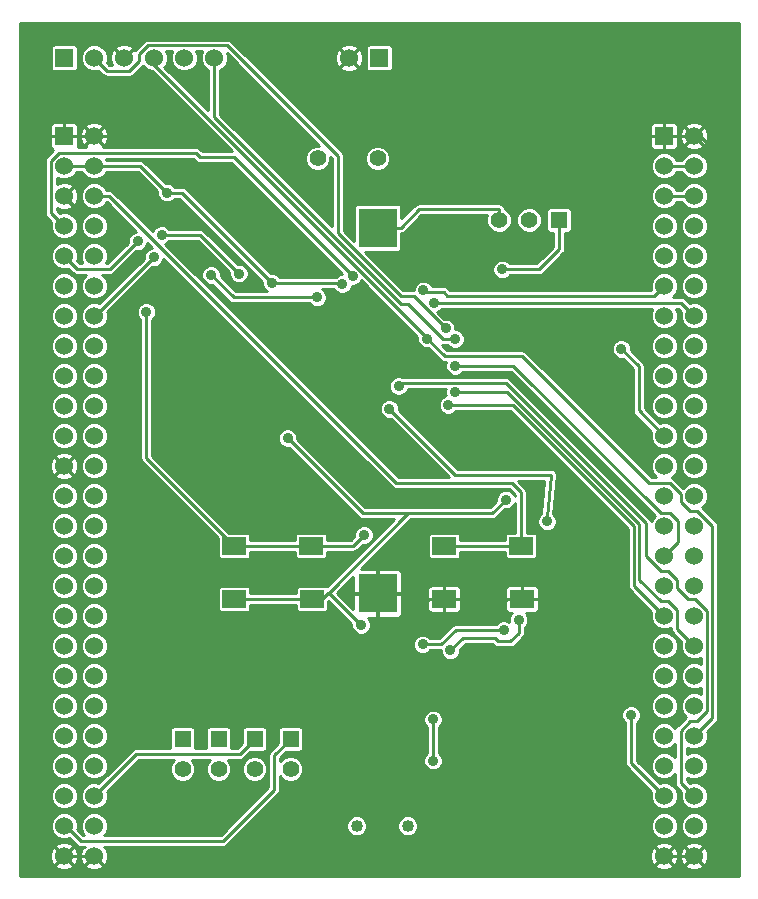
<source format=gbl>
G04 (created by PCBNEW (2013-mar-13)-testing) date Втр 25 Фев 2014 20:18:30*
%MOIN*%
G04 Gerber Fmt 3.4, Leading zero omitted, Abs format*
%FSLAX34Y34*%
G01*
G70*
G90*
G04 APERTURE LIST*
%ADD10C,0.005906*%
%ADD11R,0.129528X0.129528*%
%ADD12R,0.055000X0.055000*%
%ADD13C,0.055000*%
%ADD14R,0.060000X0.060000*%
%ADD15C,0.060000*%
%ADD16C,0.056000*%
%ADD17C,0.040000*%
%ADD18R,0.078740X0.059055*%
%ADD19C,0.035000*%
%ADD20C,0.010000*%
G04 APERTURE END LIST*
G54D10*
G54D11*
X46450Y-39853D03*
X46450Y-52046D03*
G54D12*
X39950Y-56900D03*
G54D13*
X39950Y-57900D03*
G54D12*
X41150Y-56900D03*
G54D13*
X41150Y-57900D03*
G54D12*
X42350Y-56900D03*
G54D13*
X42350Y-57900D03*
G54D12*
X43550Y-56900D03*
G54D13*
X43550Y-57900D03*
G54D12*
X52500Y-39600D03*
G54D13*
X51500Y-39600D03*
X50500Y-39600D03*
G54D14*
X36000Y-36800D03*
G54D15*
X37000Y-36800D03*
X36000Y-37800D03*
X37000Y-37800D03*
X36000Y-38800D03*
X37000Y-38800D03*
X36000Y-39800D03*
X37000Y-39800D03*
X36000Y-40800D03*
X37000Y-40800D03*
X36000Y-41800D03*
X37000Y-41800D03*
X36000Y-42800D03*
X37000Y-42800D03*
X36000Y-43800D03*
X37000Y-43800D03*
X36000Y-44800D03*
X37000Y-44800D03*
X36000Y-45800D03*
X37000Y-45800D03*
X36000Y-46800D03*
X37000Y-46800D03*
X36000Y-47800D03*
X37000Y-47800D03*
X36000Y-48800D03*
X37000Y-48800D03*
X36000Y-49800D03*
X37000Y-49800D03*
X36000Y-50800D03*
X37000Y-50800D03*
X36000Y-51800D03*
X37000Y-51800D03*
X36000Y-52800D03*
X37000Y-52800D03*
X36000Y-53800D03*
X37000Y-53800D03*
X36000Y-54800D03*
X37000Y-54800D03*
X36000Y-55800D03*
X37000Y-55800D03*
X36000Y-56800D03*
X37000Y-56800D03*
X36000Y-57800D03*
X37000Y-57800D03*
X36000Y-58800D03*
X37000Y-58800D03*
X36000Y-59800D03*
X37000Y-59800D03*
X36000Y-60800D03*
X37000Y-60800D03*
G54D14*
X56000Y-36800D03*
G54D15*
X57000Y-36800D03*
X56000Y-37800D03*
X57000Y-37800D03*
X56000Y-38800D03*
X57000Y-38800D03*
X56000Y-39800D03*
X57000Y-39800D03*
X56000Y-40800D03*
X57000Y-40800D03*
X56000Y-41800D03*
X57000Y-41800D03*
X56000Y-42800D03*
X57000Y-42800D03*
X56000Y-43800D03*
X57000Y-43800D03*
X56000Y-44800D03*
X57000Y-44800D03*
X56000Y-45800D03*
X57000Y-45800D03*
X56000Y-46800D03*
X57000Y-46800D03*
X56000Y-47800D03*
X57000Y-47800D03*
X56000Y-48800D03*
X57000Y-48800D03*
X56000Y-49800D03*
X57000Y-49800D03*
X56000Y-50800D03*
X57000Y-50800D03*
X56000Y-51800D03*
X57000Y-51800D03*
X56000Y-52800D03*
X57000Y-52800D03*
X56000Y-53800D03*
X57000Y-53800D03*
X56000Y-54800D03*
X57000Y-54800D03*
X56000Y-55800D03*
X57000Y-55800D03*
X56000Y-56800D03*
X57000Y-56800D03*
X56000Y-57800D03*
X57000Y-57800D03*
X56000Y-58800D03*
X57000Y-58800D03*
X56000Y-59800D03*
X57000Y-59800D03*
X56000Y-60800D03*
X57000Y-60800D03*
G54D14*
X46500Y-34200D03*
G54D15*
X45500Y-34200D03*
G54D14*
X36000Y-34200D03*
G54D15*
X37000Y-34200D03*
X38000Y-34200D03*
X39000Y-34200D03*
X40000Y-34200D03*
X41000Y-34200D03*
G54D16*
X44450Y-37550D03*
X46450Y-37550D03*
G54D17*
X45750Y-59800D03*
X47450Y-59800D03*
G54D18*
X48670Y-50464D03*
X51229Y-50464D03*
X51268Y-52235D03*
X48670Y-52235D03*
X41670Y-50464D03*
X44229Y-50464D03*
X44268Y-52235D03*
X41670Y-52235D03*
G54D19*
X54575Y-43900D03*
X47950Y-53750D03*
X50650Y-53275D03*
X51150Y-52925D03*
X48875Y-53950D03*
X48101Y-43558D03*
X48719Y-43211D03*
X41823Y-41384D03*
X39250Y-40096D03*
X38985Y-40845D03*
X49034Y-43569D03*
X45616Y-41474D03*
X38453Y-40310D03*
X46845Y-45896D03*
X52100Y-49650D03*
X54900Y-56100D03*
X47150Y-45137D03*
X49039Y-45335D03*
X48808Y-45767D03*
X49039Y-44459D03*
X48326Y-42354D03*
X47975Y-41950D03*
X43450Y-46875D03*
X50725Y-48925D03*
X50600Y-41250D03*
X45900Y-53100D03*
X42935Y-41700D03*
X45272Y-41739D03*
X39425Y-38690D03*
X48300Y-56250D03*
X48300Y-57625D03*
X54150Y-40300D03*
X54650Y-41725D03*
X38025Y-44300D03*
X39550Y-42575D03*
X53300Y-54975D03*
X52525Y-57650D03*
X53850Y-56000D03*
X54200Y-53100D03*
X40550Y-55300D03*
X39100Y-56125D03*
X43900Y-55400D03*
X40550Y-52700D03*
X45550Y-60500D03*
X46700Y-61300D03*
X51450Y-38750D03*
X48900Y-39700D03*
X48900Y-37500D03*
X44500Y-38550D03*
X54150Y-34900D03*
X56500Y-39300D03*
X42857Y-39592D03*
X40050Y-36200D03*
X43200Y-34850D03*
X42400Y-35650D03*
X40600Y-35200D03*
X40664Y-37208D03*
X46000Y-50100D03*
X38743Y-42665D03*
X44439Y-42183D03*
X40900Y-41431D03*
G54D20*
X57000Y-38800D02*
X56000Y-38800D01*
X57000Y-37800D02*
X56000Y-37800D01*
X55150Y-45950D02*
X56000Y-46800D01*
X55150Y-44475D02*
X55150Y-45950D01*
X54575Y-43900D02*
X55150Y-44475D01*
X51229Y-50464D02*
X51229Y-48679D01*
X37500Y-38800D02*
X37000Y-38800D01*
X47075Y-48375D02*
X37500Y-38800D01*
X50925Y-48375D02*
X47075Y-48375D01*
X51229Y-48679D02*
X50925Y-48375D01*
X48670Y-50464D02*
X51229Y-50464D01*
X48575Y-53750D02*
X47950Y-53750D01*
X49050Y-53275D02*
X48575Y-53750D01*
X50650Y-53275D02*
X49050Y-53275D01*
X51150Y-53375D02*
X51150Y-52925D01*
X50875Y-53650D02*
X51150Y-53375D01*
X50475Y-53650D02*
X50875Y-53650D01*
X50350Y-53525D02*
X50475Y-53650D01*
X49300Y-53525D02*
X50350Y-53525D01*
X48875Y-53950D02*
X49300Y-53525D01*
X48682Y-44139D02*
X48101Y-43558D01*
X51268Y-44139D02*
X48682Y-44139D01*
X55498Y-48369D02*
X51268Y-44139D01*
X56201Y-48369D02*
X55498Y-48369D01*
X56569Y-48738D02*
X56201Y-48369D01*
X56569Y-49001D02*
X56569Y-48738D01*
X56868Y-49300D02*
X56569Y-49001D01*
X57114Y-49300D02*
X56868Y-49300D01*
X57614Y-49800D02*
X57114Y-49300D01*
X57614Y-56185D02*
X57614Y-49800D01*
X57000Y-56800D02*
X57614Y-56185D01*
X48101Y-43527D02*
X48101Y-43558D01*
X39000Y-34426D02*
X48101Y-43527D01*
X39000Y-34200D02*
X39000Y-34426D01*
X47655Y-42147D02*
X48719Y-43211D01*
X47230Y-42147D02*
X47655Y-42147D01*
X45120Y-40038D02*
X47230Y-42147D01*
X45120Y-37458D02*
X45120Y-40038D01*
X41431Y-33768D02*
X45120Y-37458D01*
X38809Y-33768D02*
X41431Y-33768D01*
X38500Y-34078D02*
X38809Y-33768D01*
X38500Y-34309D02*
X38500Y-34078D01*
X38179Y-34630D02*
X38500Y-34309D01*
X37430Y-34630D02*
X38179Y-34630D01*
X37000Y-34200D02*
X37430Y-34630D01*
X37030Y-42800D02*
X37000Y-42800D01*
X38985Y-40845D02*
X37030Y-42800D01*
X40535Y-40096D02*
X41823Y-41384D01*
X39250Y-40096D02*
X40535Y-40096D01*
X48645Y-43569D02*
X49034Y-43569D01*
X47467Y-42391D02*
X48645Y-43569D01*
X47219Y-42391D02*
X47467Y-42391D01*
X41000Y-36171D02*
X47219Y-42391D01*
X41000Y-34200D02*
X41000Y-36171D01*
X41655Y-37513D02*
X45616Y-41474D01*
X40537Y-37513D02*
X41655Y-37513D01*
X40391Y-37367D02*
X40537Y-37513D01*
X35821Y-37367D02*
X40391Y-37367D01*
X35552Y-37635D02*
X35821Y-37367D01*
X35552Y-39352D02*
X35552Y-37635D01*
X36000Y-39800D02*
X35552Y-39352D01*
X37526Y-41237D02*
X38453Y-40310D01*
X36437Y-41237D02*
X37526Y-41237D01*
X36000Y-40800D02*
X36437Y-41237D01*
X52100Y-49484D02*
X52100Y-49650D01*
X52226Y-48086D02*
X52100Y-49484D01*
X49034Y-48086D02*
X52226Y-48086D01*
X46845Y-45896D02*
X49034Y-48086D01*
X56000Y-58800D02*
X54906Y-57706D01*
X54906Y-57706D02*
X54900Y-56100D01*
X47260Y-45027D02*
X47150Y-45137D01*
X50724Y-45027D02*
X47260Y-45027D01*
X55400Y-49702D02*
X50724Y-45027D01*
X55400Y-50814D02*
X55400Y-49702D01*
X55885Y-51300D02*
X55400Y-50814D01*
X56131Y-51300D02*
X55885Y-51300D01*
X56430Y-51598D02*
X56131Y-51300D01*
X56430Y-51861D02*
X56430Y-51598D01*
X56798Y-52230D02*
X56430Y-51861D01*
X57043Y-52230D02*
X56798Y-52230D01*
X57434Y-52621D02*
X57043Y-52230D01*
X57434Y-55975D02*
X57434Y-52621D01*
X57110Y-56300D02*
X57434Y-55975D01*
X56877Y-56300D02*
X57110Y-56300D01*
X56552Y-56625D02*
X56877Y-56300D01*
X56552Y-58352D02*
X56552Y-56625D01*
X57000Y-58800D02*
X56552Y-58352D01*
X50778Y-45335D02*
X49039Y-45335D01*
X55175Y-49732D02*
X50778Y-45335D01*
X55175Y-51589D02*
X55175Y-49732D01*
X55885Y-52300D02*
X55175Y-51589D01*
X56131Y-52300D02*
X55885Y-52300D01*
X56430Y-52598D02*
X56131Y-52300D01*
X56430Y-53230D02*
X56430Y-52598D01*
X57000Y-53800D02*
X56430Y-53230D01*
X50955Y-45767D02*
X48808Y-45767D01*
X54995Y-49807D02*
X50955Y-45767D01*
X54995Y-51795D02*
X54995Y-49807D01*
X56000Y-52800D02*
X54995Y-51795D01*
X41000Y-57400D02*
X41850Y-57400D01*
X41000Y-57400D02*
X38400Y-57400D01*
X37000Y-58800D02*
X38400Y-57400D01*
X41850Y-57400D02*
X42350Y-56900D01*
X36000Y-59800D02*
X36050Y-59800D01*
X43000Y-57450D02*
X43550Y-56900D01*
X43000Y-58600D02*
X43000Y-57450D01*
X41300Y-60300D02*
X43000Y-58600D01*
X36550Y-60300D02*
X41300Y-60300D01*
X36050Y-59800D02*
X36550Y-60300D01*
X56462Y-50337D02*
X56000Y-50800D01*
X56462Y-49631D02*
X56462Y-50337D01*
X56201Y-49369D02*
X56462Y-49631D01*
X55889Y-49369D02*
X56201Y-49369D01*
X50979Y-44459D02*
X55889Y-49369D01*
X49039Y-44459D02*
X50979Y-44459D01*
X56554Y-42354D02*
X48326Y-42354D01*
X57000Y-42800D02*
X56554Y-42354D01*
X55675Y-42125D02*
X56000Y-41800D01*
X48775Y-42125D02*
X55675Y-42125D01*
X48650Y-42000D02*
X48775Y-42125D01*
X48025Y-42000D02*
X48650Y-42000D01*
X47975Y-41950D02*
X48025Y-42000D01*
X45950Y-49375D02*
X47475Y-49375D01*
X43450Y-46875D02*
X45950Y-49375D01*
X50725Y-48925D02*
X50275Y-49375D01*
X50275Y-49375D02*
X47475Y-49375D01*
X47475Y-49375D02*
X44825Y-52025D01*
X52500Y-39600D02*
X52500Y-40575D01*
X51825Y-41250D02*
X52500Y-40575D01*
X50600Y-41250D02*
X51825Y-41250D01*
X45900Y-53100D02*
X44825Y-52025D01*
X44825Y-52025D02*
X44800Y-52025D01*
X44800Y-52025D02*
X44589Y-52235D01*
X44589Y-52235D02*
X44268Y-52235D01*
X44268Y-52235D02*
X41670Y-52235D01*
X36000Y-37800D02*
X37000Y-37800D01*
X45234Y-41700D02*
X42935Y-41700D01*
X45272Y-41739D02*
X45234Y-41700D01*
X39924Y-38690D02*
X39425Y-38690D01*
X42935Y-41700D02*
X39924Y-38690D01*
X38534Y-37800D02*
X39425Y-38690D01*
X37000Y-37800D02*
X38534Y-37800D01*
X48300Y-56250D02*
X48300Y-57625D01*
X54150Y-40300D02*
X54150Y-41225D01*
X54150Y-41225D02*
X54650Y-41725D01*
X38025Y-44300D02*
X38025Y-42600D01*
X36000Y-38850D02*
X36500Y-39350D01*
X36500Y-39350D02*
X36500Y-40050D01*
X36500Y-40050D02*
X36250Y-40300D01*
X36250Y-40300D02*
X35800Y-40300D01*
X35800Y-40300D02*
X35300Y-40800D01*
X35300Y-40800D02*
X35300Y-43925D01*
X35300Y-43925D02*
X35675Y-44300D01*
X35675Y-44300D02*
X38025Y-44300D01*
X36000Y-38800D02*
X36000Y-38850D01*
X39075Y-42100D02*
X39550Y-42575D01*
X38525Y-42100D02*
X39075Y-42100D01*
X38025Y-42600D02*
X38525Y-42100D01*
X53300Y-54975D02*
X53300Y-54000D01*
X53850Y-55525D02*
X53300Y-54975D01*
X52525Y-57650D02*
X52850Y-57000D01*
X52850Y-57000D02*
X53850Y-56000D01*
X53850Y-56000D02*
X53850Y-55525D01*
X53300Y-54000D02*
X54200Y-53100D01*
X40550Y-55300D02*
X39925Y-55300D01*
X39925Y-55300D02*
X39100Y-56125D01*
X40550Y-52700D02*
X40550Y-55300D01*
X40650Y-55400D02*
X40550Y-55300D01*
X43900Y-55400D02*
X40650Y-55400D01*
X45550Y-60500D02*
X46700Y-61300D01*
X51450Y-38750D02*
X51450Y-38850D01*
X49350Y-40150D02*
X48900Y-39700D01*
X50700Y-40150D02*
X49350Y-40150D01*
X51000Y-39850D02*
X50700Y-40150D01*
X51000Y-39300D02*
X51000Y-39850D01*
X51450Y-38850D02*
X51000Y-39300D01*
X57000Y-36800D02*
X57200Y-36800D01*
X57400Y-39300D02*
X56500Y-39300D01*
X58000Y-38700D02*
X57400Y-39300D01*
X58000Y-37600D02*
X58000Y-38700D01*
X57200Y-36800D02*
X58000Y-37600D01*
X42857Y-39592D02*
X42850Y-39600D01*
X40256Y-36800D02*
X40256Y-36406D01*
X40256Y-36406D02*
X40050Y-36200D01*
X43100Y-34750D02*
X43200Y-34850D01*
X43100Y-33587D02*
X43100Y-34750D01*
X47431Y-52250D02*
X47227Y-52046D01*
X48650Y-52250D02*
X47431Y-52250D01*
X46450Y-52046D02*
X47227Y-52046D01*
X57000Y-60800D02*
X56000Y-60800D01*
X37000Y-60800D02*
X36000Y-60800D01*
X57000Y-36800D02*
X56000Y-36800D01*
X48100Y-36800D02*
X45500Y-34200D01*
X56000Y-36800D02*
X48100Y-36800D01*
X38612Y-33587D02*
X38000Y-34200D01*
X44887Y-33587D02*
X43100Y-33587D01*
X43100Y-33587D02*
X38612Y-33587D01*
X45500Y-34200D02*
X44887Y-33587D01*
X36000Y-36800D02*
X37000Y-36800D01*
X40256Y-36800D02*
X40664Y-37208D01*
X37000Y-36800D02*
X40256Y-36800D01*
X50500Y-39600D02*
X50500Y-39250D01*
X47227Y-39853D02*
X46450Y-39853D01*
X50500Y-39250D02*
X47831Y-39250D01*
X47831Y-39250D02*
X47227Y-39853D01*
X44229Y-50464D02*
X45635Y-50464D01*
X45635Y-50464D02*
X46000Y-50100D01*
X41670Y-50464D02*
X44229Y-50464D01*
X38743Y-42665D02*
X38743Y-47537D01*
X38743Y-47537D02*
X41670Y-50464D01*
X41652Y-42183D02*
X40900Y-41431D01*
X44439Y-42183D02*
X41652Y-42183D01*
G54D10*
G36*
X40800Y-35943D02*
X39346Y-34490D01*
X39381Y-34455D01*
X39449Y-34289D01*
X39450Y-34110D01*
X39391Y-33968D01*
X39608Y-33968D01*
X39550Y-34110D01*
X39549Y-34289D01*
X39618Y-34454D01*
X39744Y-34581D01*
X39910Y-34649D01*
X40089Y-34650D01*
X40254Y-34581D01*
X40381Y-34455D01*
X40449Y-34289D01*
X40450Y-34110D01*
X40391Y-33968D01*
X40608Y-33968D01*
X40550Y-34110D01*
X40549Y-34289D01*
X40618Y-34454D01*
X40744Y-34581D01*
X40800Y-34604D01*
X40800Y-35943D01*
X40800Y-35943D01*
G37*
G54D20*
X40800Y-35943D02*
X39346Y-34490D01*
X39381Y-34455D01*
X39449Y-34289D01*
X39450Y-34110D01*
X39391Y-33968D01*
X39608Y-33968D01*
X39550Y-34110D01*
X39549Y-34289D01*
X39618Y-34454D01*
X39744Y-34581D01*
X39910Y-34649D01*
X40089Y-34650D01*
X40254Y-34581D01*
X40381Y-34455D01*
X40449Y-34289D01*
X40450Y-34110D01*
X40391Y-33968D01*
X40608Y-33968D01*
X40550Y-34110D01*
X40549Y-34289D01*
X40618Y-34454D01*
X40744Y-34581D01*
X40800Y-34604D01*
X40800Y-35943D01*
G54D10*
G36*
X44920Y-39809D02*
X41200Y-36088D01*
X41200Y-34604D01*
X41254Y-34581D01*
X41381Y-34455D01*
X41449Y-34289D01*
X41450Y-34110D01*
X41421Y-34041D01*
X44499Y-37120D01*
X44364Y-37119D01*
X44206Y-37185D01*
X44085Y-37306D01*
X44020Y-37464D01*
X44019Y-37635D01*
X44085Y-37793D01*
X44206Y-37914D01*
X44364Y-37979D01*
X44535Y-37980D01*
X44693Y-37914D01*
X44814Y-37793D01*
X44879Y-37635D01*
X44880Y-37500D01*
X44920Y-37541D01*
X44920Y-39809D01*
X44920Y-39809D01*
G37*
G54D20*
X44920Y-39809D02*
X41200Y-36088D01*
X41200Y-34604D01*
X41254Y-34581D01*
X41381Y-34455D01*
X41449Y-34289D01*
X41450Y-34110D01*
X41421Y-34041D01*
X44499Y-37120D01*
X44364Y-37119D01*
X44206Y-37185D01*
X44085Y-37306D01*
X44020Y-37464D01*
X44019Y-37635D01*
X44085Y-37793D01*
X44206Y-37914D01*
X44364Y-37979D01*
X44535Y-37980D01*
X44693Y-37914D01*
X44814Y-37793D01*
X44879Y-37635D01*
X44880Y-37500D01*
X44920Y-37541D01*
X44920Y-39809D01*
G54D10*
G36*
X45273Y-41414D02*
X45208Y-41414D01*
X45089Y-41463D01*
X45051Y-41500D01*
X43194Y-41500D01*
X43119Y-41425D01*
X43000Y-41376D01*
X42893Y-41375D01*
X40065Y-38548D01*
X40001Y-38505D01*
X39924Y-38490D01*
X39684Y-38490D01*
X39609Y-38414D01*
X39489Y-38365D01*
X39382Y-38365D01*
X38676Y-37658D01*
X38611Y-37615D01*
X38534Y-37600D01*
X37404Y-37600D01*
X37390Y-37567D01*
X40309Y-37567D01*
X40396Y-37654D01*
X40461Y-37698D01*
X40461Y-37698D01*
X40537Y-37713D01*
X41572Y-37713D01*
X45273Y-41414D01*
X45273Y-41414D01*
G37*
G54D20*
X45273Y-41414D02*
X45208Y-41414D01*
X45089Y-41463D01*
X45051Y-41500D01*
X43194Y-41500D01*
X43119Y-41425D01*
X43000Y-41376D01*
X42893Y-41375D01*
X40065Y-38548D01*
X40001Y-38505D01*
X39924Y-38490D01*
X39684Y-38490D01*
X39609Y-38414D01*
X39489Y-38365D01*
X39382Y-38365D01*
X38676Y-37658D01*
X38611Y-37615D01*
X38534Y-37600D01*
X37404Y-37600D01*
X37390Y-37567D01*
X40309Y-37567D01*
X40396Y-37654D01*
X40461Y-37698D01*
X40461Y-37698D01*
X40537Y-37713D01*
X41572Y-37713D01*
X45273Y-41414D01*
G54D10*
G36*
X58483Y-61470D02*
X57814Y-61470D01*
X57814Y-56185D01*
X57814Y-49800D01*
X57802Y-49736D01*
X57799Y-49723D01*
X57799Y-49723D01*
X57756Y-49659D01*
X57469Y-49372D01*
X57469Y-36716D01*
X57402Y-36542D01*
X57391Y-36526D01*
X57314Y-36498D01*
X57301Y-36511D01*
X57301Y-36485D01*
X57273Y-36408D01*
X57102Y-36333D01*
X56916Y-36330D01*
X56742Y-36397D01*
X56726Y-36408D01*
X56698Y-36485D01*
X57000Y-36787D01*
X57301Y-36485D01*
X57301Y-36511D01*
X57012Y-36800D01*
X57314Y-37101D01*
X57391Y-37073D01*
X57466Y-36902D01*
X57469Y-36716D01*
X57469Y-49372D01*
X57266Y-49169D01*
X57381Y-49055D01*
X57449Y-48889D01*
X57450Y-48710D01*
X57450Y-47710D01*
X57450Y-46710D01*
X57450Y-45710D01*
X57450Y-44710D01*
X57450Y-43710D01*
X57381Y-43545D01*
X57255Y-43418D01*
X57089Y-43350D01*
X56910Y-43349D01*
X56745Y-43418D01*
X56618Y-43544D01*
X56550Y-43710D01*
X56549Y-43889D01*
X56618Y-44054D01*
X56744Y-44181D01*
X56910Y-44249D01*
X57089Y-44250D01*
X57254Y-44181D01*
X57381Y-44055D01*
X57449Y-43889D01*
X57450Y-43710D01*
X57450Y-44710D01*
X57381Y-44545D01*
X57255Y-44418D01*
X57089Y-44350D01*
X56910Y-44349D01*
X56745Y-44418D01*
X56618Y-44544D01*
X56550Y-44710D01*
X56549Y-44889D01*
X56618Y-45054D01*
X56744Y-45181D01*
X56910Y-45249D01*
X57089Y-45250D01*
X57254Y-45181D01*
X57381Y-45055D01*
X57449Y-44889D01*
X57450Y-44710D01*
X57450Y-45710D01*
X57381Y-45545D01*
X57255Y-45418D01*
X57089Y-45350D01*
X56910Y-45349D01*
X56745Y-45418D01*
X56618Y-45544D01*
X56550Y-45710D01*
X56549Y-45889D01*
X56618Y-46054D01*
X56744Y-46181D01*
X56910Y-46249D01*
X57089Y-46250D01*
X57254Y-46181D01*
X57381Y-46055D01*
X57449Y-45889D01*
X57450Y-45710D01*
X57450Y-46710D01*
X57381Y-46545D01*
X57255Y-46418D01*
X57089Y-46350D01*
X56910Y-46349D01*
X56745Y-46418D01*
X56618Y-46544D01*
X56550Y-46710D01*
X56549Y-46889D01*
X56618Y-47054D01*
X56744Y-47181D01*
X56910Y-47249D01*
X57089Y-47250D01*
X57254Y-47181D01*
X57381Y-47055D01*
X57449Y-46889D01*
X57450Y-46710D01*
X57450Y-47710D01*
X57381Y-47545D01*
X57255Y-47418D01*
X57089Y-47350D01*
X56910Y-47349D01*
X56745Y-47418D01*
X56618Y-47544D01*
X56550Y-47710D01*
X56549Y-47889D01*
X56618Y-48054D01*
X56744Y-48181D01*
X56910Y-48249D01*
X57089Y-48250D01*
X57254Y-48181D01*
X57381Y-48055D01*
X57449Y-47889D01*
X57450Y-47710D01*
X57450Y-48710D01*
X57381Y-48545D01*
X57255Y-48418D01*
X57089Y-48350D01*
X56910Y-48349D01*
X56745Y-48418D01*
X56638Y-48524D01*
X56342Y-48228D01*
X56277Y-48185D01*
X56255Y-48180D01*
X56381Y-48055D01*
X56449Y-47889D01*
X56450Y-47710D01*
X56450Y-46710D01*
X56450Y-45710D01*
X56450Y-44710D01*
X56450Y-43710D01*
X56381Y-43545D01*
X56255Y-43418D01*
X56089Y-43350D01*
X55910Y-43349D01*
X55745Y-43418D01*
X55618Y-43544D01*
X55550Y-43710D01*
X55549Y-43889D01*
X55618Y-44054D01*
X55744Y-44181D01*
X55910Y-44249D01*
X56089Y-44250D01*
X56254Y-44181D01*
X56381Y-44055D01*
X56449Y-43889D01*
X56450Y-43710D01*
X56450Y-44710D01*
X56381Y-44545D01*
X56255Y-44418D01*
X56089Y-44350D01*
X55910Y-44349D01*
X55745Y-44418D01*
X55618Y-44544D01*
X55550Y-44710D01*
X55549Y-44889D01*
X55618Y-45054D01*
X55744Y-45181D01*
X55910Y-45249D01*
X56089Y-45250D01*
X56254Y-45181D01*
X56381Y-45055D01*
X56449Y-44889D01*
X56450Y-44710D01*
X56450Y-45710D01*
X56381Y-45545D01*
X56255Y-45418D01*
X56089Y-45350D01*
X55910Y-45349D01*
X55745Y-45418D01*
X55618Y-45544D01*
X55550Y-45710D01*
X55549Y-45889D01*
X55618Y-46054D01*
X55744Y-46181D01*
X55910Y-46249D01*
X56089Y-46250D01*
X56254Y-46181D01*
X56381Y-46055D01*
X56449Y-45889D01*
X56450Y-45710D01*
X56450Y-46710D01*
X56381Y-46545D01*
X56255Y-46418D01*
X56089Y-46350D01*
X55910Y-46349D01*
X55855Y-46372D01*
X55350Y-45867D01*
X55350Y-44475D01*
X55334Y-44398D01*
X55291Y-44333D01*
X54899Y-43942D01*
X54900Y-43835D01*
X54850Y-43716D01*
X54759Y-43624D01*
X54639Y-43575D01*
X54510Y-43574D01*
X54391Y-43624D01*
X54299Y-43715D01*
X54250Y-43835D01*
X54249Y-43964D01*
X54299Y-44083D01*
X54390Y-44175D01*
X54510Y-44224D01*
X54617Y-44225D01*
X54950Y-44557D01*
X54950Y-45950D01*
X54965Y-46026D01*
X55008Y-46091D01*
X55572Y-46655D01*
X55550Y-46710D01*
X55549Y-46889D01*
X55618Y-47054D01*
X55744Y-47181D01*
X55910Y-47249D01*
X56089Y-47250D01*
X56254Y-47181D01*
X56381Y-47055D01*
X56449Y-46889D01*
X56450Y-46710D01*
X56450Y-47710D01*
X56381Y-47545D01*
X56255Y-47418D01*
X56089Y-47350D01*
X55910Y-47349D01*
X55745Y-47418D01*
X55618Y-47544D01*
X55550Y-47710D01*
X55549Y-47889D01*
X55618Y-48054D01*
X55733Y-48169D01*
X55581Y-48169D01*
X51409Y-43997D01*
X51344Y-43954D01*
X51268Y-43939D01*
X48764Y-43939D01*
X48582Y-43756D01*
X48645Y-43769D01*
X48774Y-43769D01*
X48850Y-43844D01*
X48969Y-43894D01*
X49098Y-43894D01*
X49218Y-43844D01*
X49309Y-43753D01*
X49359Y-43634D01*
X49359Y-43504D01*
X49310Y-43385D01*
X49218Y-43293D01*
X49099Y-43244D01*
X49044Y-43244D01*
X49044Y-43147D01*
X48994Y-43027D01*
X48903Y-42936D01*
X48784Y-42886D01*
X48676Y-42886D01*
X48446Y-42656D01*
X48510Y-42629D01*
X48586Y-42554D01*
X55614Y-42554D01*
X55550Y-42710D01*
X55549Y-42889D01*
X55618Y-43054D01*
X55744Y-43181D01*
X55910Y-43249D01*
X56089Y-43250D01*
X56254Y-43181D01*
X56381Y-43055D01*
X56449Y-42889D01*
X56450Y-42710D01*
X56385Y-42554D01*
X56471Y-42554D01*
X56572Y-42655D01*
X56550Y-42710D01*
X56549Y-42889D01*
X56618Y-43054D01*
X56744Y-43181D01*
X56910Y-43249D01*
X57089Y-43250D01*
X57254Y-43181D01*
X57381Y-43055D01*
X57449Y-42889D01*
X57450Y-42710D01*
X57450Y-41710D01*
X57450Y-40710D01*
X57450Y-39710D01*
X57450Y-38710D01*
X57450Y-37710D01*
X57381Y-37545D01*
X57301Y-37464D01*
X57301Y-37114D01*
X57000Y-36812D01*
X56987Y-36825D01*
X56987Y-36800D01*
X56685Y-36498D01*
X56608Y-36526D01*
X56533Y-36697D01*
X56530Y-36883D01*
X56597Y-37057D01*
X56608Y-37073D01*
X56685Y-37101D01*
X56987Y-36800D01*
X56987Y-36825D01*
X56698Y-37114D01*
X56726Y-37191D01*
X56897Y-37266D01*
X57083Y-37269D01*
X57257Y-37202D01*
X57273Y-37191D01*
X57301Y-37114D01*
X57301Y-37464D01*
X57255Y-37418D01*
X57089Y-37350D01*
X56910Y-37349D01*
X56745Y-37418D01*
X56618Y-37544D01*
X56595Y-37600D01*
X56468Y-37600D01*
X56468Y-37133D01*
X56468Y-36851D01*
X56468Y-36748D01*
X56468Y-36466D01*
X56442Y-36404D01*
X56395Y-36357D01*
X56333Y-36331D01*
X56266Y-36331D01*
X56051Y-36331D01*
X56009Y-36373D01*
X56009Y-36790D01*
X56426Y-36790D01*
X56468Y-36748D01*
X56468Y-36851D01*
X56426Y-36809D01*
X56009Y-36809D01*
X56009Y-37226D01*
X56051Y-37268D01*
X56266Y-37268D01*
X56333Y-37268D01*
X56395Y-37242D01*
X56442Y-37195D01*
X56468Y-37133D01*
X56468Y-37600D01*
X56404Y-37600D01*
X56381Y-37545D01*
X56255Y-37418D01*
X56089Y-37350D01*
X55990Y-37349D01*
X55990Y-37226D01*
X55990Y-36809D01*
X55990Y-36790D01*
X55990Y-36373D01*
X55948Y-36331D01*
X55733Y-36331D01*
X55666Y-36331D01*
X55604Y-36357D01*
X55557Y-36404D01*
X55531Y-36466D01*
X55531Y-36748D01*
X55573Y-36790D01*
X55990Y-36790D01*
X55990Y-36809D01*
X55573Y-36809D01*
X55531Y-36851D01*
X55531Y-37133D01*
X55557Y-37195D01*
X55604Y-37242D01*
X55666Y-37268D01*
X55733Y-37268D01*
X55948Y-37268D01*
X55990Y-37226D01*
X55990Y-37349D01*
X55910Y-37349D01*
X55745Y-37418D01*
X55618Y-37544D01*
X55550Y-37710D01*
X55549Y-37889D01*
X55618Y-38054D01*
X55744Y-38181D01*
X55910Y-38249D01*
X56089Y-38250D01*
X56254Y-38181D01*
X56381Y-38055D01*
X56404Y-38000D01*
X56595Y-38000D01*
X56618Y-38054D01*
X56744Y-38181D01*
X56910Y-38249D01*
X57089Y-38250D01*
X57254Y-38181D01*
X57381Y-38055D01*
X57449Y-37889D01*
X57450Y-37710D01*
X57450Y-38710D01*
X57381Y-38545D01*
X57255Y-38418D01*
X57089Y-38350D01*
X56910Y-38349D01*
X56745Y-38418D01*
X56618Y-38544D01*
X56595Y-38600D01*
X56404Y-38600D01*
X56381Y-38545D01*
X56255Y-38418D01*
X56089Y-38350D01*
X55910Y-38349D01*
X55745Y-38418D01*
X55618Y-38544D01*
X55550Y-38710D01*
X55549Y-38889D01*
X55618Y-39054D01*
X55744Y-39181D01*
X55910Y-39249D01*
X56089Y-39250D01*
X56254Y-39181D01*
X56381Y-39055D01*
X56404Y-39000D01*
X56595Y-39000D01*
X56618Y-39054D01*
X56744Y-39181D01*
X56910Y-39249D01*
X57089Y-39250D01*
X57254Y-39181D01*
X57381Y-39055D01*
X57449Y-38889D01*
X57450Y-38710D01*
X57450Y-39710D01*
X57381Y-39545D01*
X57255Y-39418D01*
X57089Y-39350D01*
X56910Y-39349D01*
X56745Y-39418D01*
X56618Y-39544D01*
X56550Y-39710D01*
X56549Y-39889D01*
X56618Y-40054D01*
X56744Y-40181D01*
X56910Y-40249D01*
X57089Y-40250D01*
X57254Y-40181D01*
X57381Y-40055D01*
X57449Y-39889D01*
X57450Y-39710D01*
X57450Y-40710D01*
X57381Y-40545D01*
X57255Y-40418D01*
X57089Y-40350D01*
X56910Y-40349D01*
X56745Y-40418D01*
X56618Y-40544D01*
X56550Y-40710D01*
X56549Y-40889D01*
X56618Y-41054D01*
X56744Y-41181D01*
X56910Y-41249D01*
X57089Y-41250D01*
X57254Y-41181D01*
X57381Y-41055D01*
X57449Y-40889D01*
X57450Y-40710D01*
X57450Y-41710D01*
X57381Y-41545D01*
X57255Y-41418D01*
X57089Y-41350D01*
X56910Y-41349D01*
X56745Y-41418D01*
X56618Y-41544D01*
X56550Y-41710D01*
X56549Y-41889D01*
X56618Y-42054D01*
X56744Y-42181D01*
X56910Y-42249D01*
X57089Y-42250D01*
X57254Y-42181D01*
X57381Y-42055D01*
X57449Y-41889D01*
X57450Y-41710D01*
X57450Y-42710D01*
X57381Y-42545D01*
X57255Y-42418D01*
X57089Y-42350D01*
X56910Y-42349D01*
X56855Y-42372D01*
X56695Y-42212D01*
X56630Y-42169D01*
X56554Y-42154D01*
X56282Y-42154D01*
X56381Y-42055D01*
X56449Y-41889D01*
X56450Y-41710D01*
X56450Y-40710D01*
X56450Y-39710D01*
X56381Y-39545D01*
X56255Y-39418D01*
X56089Y-39350D01*
X55910Y-39349D01*
X55745Y-39418D01*
X55618Y-39544D01*
X55550Y-39710D01*
X55549Y-39889D01*
X55618Y-40054D01*
X55744Y-40181D01*
X55910Y-40249D01*
X56089Y-40250D01*
X56254Y-40181D01*
X56381Y-40055D01*
X56449Y-39889D01*
X56450Y-39710D01*
X56450Y-40710D01*
X56381Y-40545D01*
X56255Y-40418D01*
X56089Y-40350D01*
X55910Y-40349D01*
X55745Y-40418D01*
X55618Y-40544D01*
X55550Y-40710D01*
X55549Y-40889D01*
X55618Y-41054D01*
X55744Y-41181D01*
X55910Y-41249D01*
X56089Y-41250D01*
X56254Y-41181D01*
X56381Y-41055D01*
X56449Y-40889D01*
X56450Y-40710D01*
X56450Y-41710D01*
X56381Y-41545D01*
X56255Y-41418D01*
X56089Y-41350D01*
X55910Y-41349D01*
X55745Y-41418D01*
X55618Y-41544D01*
X55550Y-41710D01*
X55549Y-41889D01*
X55564Y-41925D01*
X52925Y-41925D01*
X52925Y-39904D01*
X52925Y-39845D01*
X52925Y-39295D01*
X52902Y-39240D01*
X52859Y-39197D01*
X52804Y-39175D01*
X52745Y-39175D01*
X52195Y-39175D01*
X52140Y-39197D01*
X52097Y-39240D01*
X52075Y-39295D01*
X52075Y-39354D01*
X52075Y-39904D01*
X52097Y-39959D01*
X52140Y-40002D01*
X52195Y-40025D01*
X52254Y-40025D01*
X52300Y-40025D01*
X52300Y-40492D01*
X51925Y-40867D01*
X51925Y-39515D01*
X51860Y-39359D01*
X51741Y-39239D01*
X51584Y-39175D01*
X51415Y-39174D01*
X51259Y-39239D01*
X51139Y-39358D01*
X51075Y-39515D01*
X51074Y-39684D01*
X51139Y-39840D01*
X51258Y-39960D01*
X51415Y-40024D01*
X51584Y-40025D01*
X51740Y-39960D01*
X51860Y-39841D01*
X51924Y-39684D01*
X51925Y-39515D01*
X51925Y-40867D01*
X51742Y-41050D01*
X50859Y-41050D01*
X50784Y-40974D01*
X50664Y-40925D01*
X50535Y-40924D01*
X50416Y-40974D01*
X50324Y-41065D01*
X50275Y-41185D01*
X50274Y-41314D01*
X50324Y-41433D01*
X50415Y-41525D01*
X50535Y-41574D01*
X50664Y-41575D01*
X50783Y-41525D01*
X50859Y-41450D01*
X51825Y-41450D01*
X51901Y-41434D01*
X51966Y-41391D01*
X52641Y-40716D01*
X52684Y-40651D01*
X52684Y-40651D01*
X52700Y-40575D01*
X52700Y-40025D01*
X52804Y-40025D01*
X52859Y-40002D01*
X52902Y-39959D01*
X52925Y-39904D01*
X52925Y-41925D01*
X48857Y-41925D01*
X48791Y-41858D01*
X48726Y-41815D01*
X48650Y-41800D01*
X48264Y-41800D01*
X48250Y-41766D01*
X48159Y-41674D01*
X48039Y-41625D01*
X47910Y-41624D01*
X47791Y-41674D01*
X47699Y-41765D01*
X47650Y-41885D01*
X47650Y-41947D01*
X47313Y-41947D01*
X46016Y-40651D01*
X47127Y-40651D01*
X47182Y-40628D01*
X47224Y-40586D01*
X47247Y-40531D01*
X47247Y-40471D01*
X47247Y-40049D01*
X47304Y-40038D01*
X47369Y-39994D01*
X47914Y-39450D01*
X50102Y-39450D01*
X50075Y-39515D01*
X50074Y-39684D01*
X50139Y-39840D01*
X50258Y-39960D01*
X50415Y-40024D01*
X50584Y-40025D01*
X50740Y-39960D01*
X50860Y-39841D01*
X50924Y-39684D01*
X50925Y-39515D01*
X50860Y-39359D01*
X50741Y-39239D01*
X50694Y-39220D01*
X50684Y-39173D01*
X50641Y-39108D01*
X50576Y-39065D01*
X50500Y-39050D01*
X47831Y-39050D01*
X47767Y-39062D01*
X47754Y-39065D01*
X47689Y-39108D01*
X47247Y-39550D01*
X47247Y-39176D01*
X47224Y-39120D01*
X47182Y-39078D01*
X47127Y-39055D01*
X47067Y-39055D01*
X46950Y-39055D01*
X46950Y-34529D01*
X46950Y-34470D01*
X46950Y-33870D01*
X46927Y-33815D01*
X46884Y-33772D01*
X46829Y-33750D01*
X46770Y-33750D01*
X46170Y-33750D01*
X46115Y-33772D01*
X46072Y-33815D01*
X46050Y-33870D01*
X46050Y-33929D01*
X46050Y-34529D01*
X46072Y-34584D01*
X46115Y-34627D01*
X46170Y-34650D01*
X46229Y-34650D01*
X46829Y-34650D01*
X46884Y-34627D01*
X46927Y-34584D01*
X46950Y-34529D01*
X46950Y-39055D01*
X46880Y-39055D01*
X46880Y-37464D01*
X46814Y-37306D01*
X46693Y-37185D01*
X46535Y-37120D01*
X46364Y-37119D01*
X46206Y-37185D01*
X46085Y-37306D01*
X46020Y-37464D01*
X46019Y-37635D01*
X46085Y-37793D01*
X46206Y-37914D01*
X46364Y-37979D01*
X46535Y-37980D01*
X46693Y-37914D01*
X46814Y-37793D01*
X46879Y-37635D01*
X46880Y-37464D01*
X46880Y-39055D01*
X45969Y-39055D01*
X45969Y-34116D01*
X45902Y-33942D01*
X45891Y-33926D01*
X45814Y-33898D01*
X45801Y-33911D01*
X45801Y-33885D01*
X45773Y-33808D01*
X45602Y-33733D01*
X45416Y-33730D01*
X45242Y-33797D01*
X45226Y-33808D01*
X45198Y-33885D01*
X45500Y-34187D01*
X45801Y-33885D01*
X45801Y-33911D01*
X45512Y-34200D01*
X45814Y-34501D01*
X45891Y-34473D01*
X45966Y-34302D01*
X45969Y-34116D01*
X45969Y-39055D01*
X45801Y-39055D01*
X45801Y-34514D01*
X45500Y-34212D01*
X45487Y-34225D01*
X45487Y-34200D01*
X45185Y-33898D01*
X45108Y-33926D01*
X45033Y-34097D01*
X45030Y-34283D01*
X45097Y-34457D01*
X45108Y-34473D01*
X45185Y-34501D01*
X45487Y-34200D01*
X45487Y-34225D01*
X45198Y-34514D01*
X45226Y-34591D01*
X45397Y-34666D01*
X45583Y-34669D01*
X45757Y-34602D01*
X45773Y-34591D01*
X45801Y-34514D01*
X45801Y-39055D01*
X45772Y-39055D01*
X45717Y-39078D01*
X45675Y-39120D01*
X45652Y-39176D01*
X45652Y-39235D01*
X45652Y-40286D01*
X45320Y-39955D01*
X45320Y-37458D01*
X45305Y-37381D01*
X45262Y-37316D01*
X41572Y-33627D01*
X41507Y-33583D01*
X41431Y-33568D01*
X38809Y-33568D01*
X38733Y-33583D01*
X38668Y-33627D01*
X38374Y-33920D01*
X38314Y-33898D01*
X38301Y-33911D01*
X38301Y-33885D01*
X38273Y-33808D01*
X38102Y-33733D01*
X37916Y-33730D01*
X37742Y-33797D01*
X37726Y-33808D01*
X37698Y-33885D01*
X38000Y-34187D01*
X38301Y-33885D01*
X38301Y-33911D01*
X38012Y-34200D01*
X38018Y-34205D01*
X38005Y-34218D01*
X38000Y-34212D01*
X37994Y-34218D01*
X37981Y-34205D01*
X37987Y-34200D01*
X37685Y-33898D01*
X37608Y-33926D01*
X37533Y-34097D01*
X37530Y-34283D01*
X37587Y-34430D01*
X37513Y-34430D01*
X37427Y-34344D01*
X37449Y-34289D01*
X37450Y-34110D01*
X37381Y-33945D01*
X37255Y-33818D01*
X37089Y-33750D01*
X36910Y-33749D01*
X36745Y-33818D01*
X36618Y-33944D01*
X36550Y-34110D01*
X36549Y-34289D01*
X36618Y-34454D01*
X36744Y-34581D01*
X36910Y-34649D01*
X37089Y-34650D01*
X37144Y-34627D01*
X37288Y-34771D01*
X37353Y-34814D01*
X37430Y-34830D01*
X38179Y-34830D01*
X38256Y-34814D01*
X38321Y-34771D01*
X38628Y-34464D01*
X38744Y-34581D01*
X38910Y-34649D01*
X38940Y-34649D01*
X41603Y-37313D01*
X40620Y-37313D01*
X40533Y-37225D01*
X40468Y-37182D01*
X40391Y-37167D01*
X37469Y-37167D01*
X37469Y-36716D01*
X37402Y-36542D01*
X37391Y-36526D01*
X37314Y-36498D01*
X37301Y-36511D01*
X37301Y-36485D01*
X37273Y-36408D01*
X37102Y-36333D01*
X36916Y-36330D01*
X36742Y-36397D01*
X36726Y-36408D01*
X36698Y-36485D01*
X37000Y-36787D01*
X37301Y-36485D01*
X37301Y-36511D01*
X37012Y-36800D01*
X37314Y-37101D01*
X37391Y-37073D01*
X37466Y-36902D01*
X37469Y-36716D01*
X37469Y-37167D01*
X37281Y-37167D01*
X37301Y-37114D01*
X37000Y-36812D01*
X36987Y-36825D01*
X36987Y-36800D01*
X36685Y-36498D01*
X36608Y-36526D01*
X36533Y-36697D01*
X36530Y-36883D01*
X36597Y-37057D01*
X36608Y-37073D01*
X36685Y-37101D01*
X36987Y-36800D01*
X36987Y-36825D01*
X36698Y-37114D01*
X36718Y-37167D01*
X36454Y-37167D01*
X36468Y-37133D01*
X36468Y-36851D01*
X36468Y-36748D01*
X36468Y-36466D01*
X36450Y-36422D01*
X36450Y-34529D01*
X36450Y-34470D01*
X36450Y-33870D01*
X36427Y-33815D01*
X36384Y-33772D01*
X36329Y-33750D01*
X36270Y-33750D01*
X35670Y-33750D01*
X35615Y-33772D01*
X35572Y-33815D01*
X35550Y-33870D01*
X35550Y-33929D01*
X35550Y-34529D01*
X35572Y-34584D01*
X35615Y-34627D01*
X35670Y-34650D01*
X35729Y-34650D01*
X36329Y-34650D01*
X36384Y-34627D01*
X36427Y-34584D01*
X36450Y-34529D01*
X36450Y-36422D01*
X36442Y-36404D01*
X36395Y-36357D01*
X36333Y-36331D01*
X36266Y-36331D01*
X36051Y-36331D01*
X36009Y-36373D01*
X36009Y-36790D01*
X36426Y-36790D01*
X36468Y-36748D01*
X36468Y-36851D01*
X36426Y-36809D01*
X36009Y-36809D01*
X36009Y-36816D01*
X35990Y-36816D01*
X35990Y-36809D01*
X35990Y-36790D01*
X35990Y-36373D01*
X35948Y-36331D01*
X35733Y-36331D01*
X35666Y-36331D01*
X35604Y-36357D01*
X35557Y-36404D01*
X35531Y-36466D01*
X35531Y-36748D01*
X35573Y-36790D01*
X35990Y-36790D01*
X35990Y-36809D01*
X35573Y-36809D01*
X35531Y-36851D01*
X35531Y-37133D01*
X35557Y-37195D01*
X35604Y-37242D01*
X35645Y-37259D01*
X35410Y-37494D01*
X35367Y-37559D01*
X35352Y-37635D01*
X35352Y-39352D01*
X35367Y-39428D01*
X35410Y-39493D01*
X35572Y-39655D01*
X35550Y-39710D01*
X35549Y-39889D01*
X35618Y-40054D01*
X35744Y-40181D01*
X35910Y-40249D01*
X36089Y-40250D01*
X36254Y-40181D01*
X36381Y-40055D01*
X36449Y-39889D01*
X36450Y-39710D01*
X36381Y-39545D01*
X36255Y-39418D01*
X36089Y-39350D01*
X35910Y-39349D01*
X35855Y-39372D01*
X35752Y-39269D01*
X35752Y-39202D01*
X35897Y-39266D01*
X36083Y-39269D01*
X36257Y-39202D01*
X36273Y-39191D01*
X36301Y-39114D01*
X36000Y-38812D01*
X35994Y-38818D01*
X35981Y-38805D01*
X35987Y-38800D01*
X35981Y-38794D01*
X35994Y-38781D01*
X36000Y-38787D01*
X36301Y-38485D01*
X36273Y-38408D01*
X36102Y-38333D01*
X35916Y-38330D01*
X35752Y-38394D01*
X35752Y-38184D01*
X35910Y-38249D01*
X36089Y-38250D01*
X36254Y-38181D01*
X36381Y-38055D01*
X36404Y-38000D01*
X36595Y-38000D01*
X36618Y-38054D01*
X36744Y-38181D01*
X36910Y-38249D01*
X37089Y-38250D01*
X37254Y-38181D01*
X37381Y-38055D01*
X37404Y-38000D01*
X38451Y-38000D01*
X39100Y-38648D01*
X39099Y-38754D01*
X39149Y-38874D01*
X39240Y-38965D01*
X39360Y-39015D01*
X39489Y-39015D01*
X39608Y-38965D01*
X39684Y-38890D01*
X39841Y-38890D01*
X42610Y-41658D01*
X42610Y-41765D01*
X42659Y-41884D01*
X42750Y-41976D01*
X42768Y-41983D01*
X41735Y-41983D01*
X41225Y-41473D01*
X41225Y-41367D01*
X41176Y-41247D01*
X41084Y-41156D01*
X40965Y-41106D01*
X40836Y-41106D01*
X40716Y-41155D01*
X40625Y-41247D01*
X40575Y-41366D01*
X40575Y-41495D01*
X40624Y-41615D01*
X40716Y-41706D01*
X40835Y-41756D01*
X40942Y-41756D01*
X41511Y-42324D01*
X41576Y-42368D01*
X41576Y-42368D01*
X41588Y-42370D01*
X41652Y-42383D01*
X44179Y-42383D01*
X44254Y-42458D01*
X44374Y-42508D01*
X44503Y-42508D01*
X44622Y-42459D01*
X44714Y-42367D01*
X44764Y-42248D01*
X44764Y-42119D01*
X44714Y-41999D01*
X44623Y-41908D01*
X44606Y-41900D01*
X44988Y-41900D01*
X44997Y-41923D01*
X45088Y-42014D01*
X45208Y-42064D01*
X45337Y-42064D01*
X45456Y-42015D01*
X45548Y-41923D01*
X45597Y-41804D01*
X45597Y-41799D01*
X45680Y-41799D01*
X45799Y-41749D01*
X45891Y-41658D01*
X45908Y-41617D01*
X47778Y-43488D01*
X47776Y-43493D01*
X47776Y-43622D01*
X47825Y-43742D01*
X47917Y-43833D01*
X48036Y-43883D01*
X48143Y-43883D01*
X48540Y-44280D01*
X48540Y-44280D01*
X48605Y-44324D01*
X48605Y-44324D01*
X48618Y-44326D01*
X48682Y-44339D01*
X48737Y-44339D01*
X48714Y-44394D01*
X48714Y-44523D01*
X48763Y-44643D01*
X48854Y-44734D01*
X48974Y-44784D01*
X49103Y-44784D01*
X49223Y-44734D01*
X49298Y-44659D01*
X50896Y-44659D01*
X55700Y-49463D01*
X55618Y-49544D01*
X55585Y-49625D01*
X55541Y-49561D01*
X50866Y-44885D01*
X50801Y-44842D01*
X50724Y-44827D01*
X47260Y-44827D01*
X47253Y-44828D01*
X47215Y-44812D01*
X47085Y-44812D01*
X46966Y-44861D01*
X46874Y-44952D01*
X46825Y-45072D01*
X46825Y-45201D01*
X46874Y-45321D01*
X46965Y-45412D01*
X47085Y-45462D01*
X47214Y-45462D01*
X47333Y-45412D01*
X47425Y-45321D01*
X47464Y-45227D01*
X48732Y-45227D01*
X48714Y-45270D01*
X48714Y-45399D01*
X48734Y-45446D01*
X48625Y-45491D01*
X48533Y-45582D01*
X48483Y-45702D01*
X48483Y-45831D01*
X48533Y-45951D01*
X48624Y-46042D01*
X48743Y-46092D01*
X48873Y-46092D01*
X48992Y-46042D01*
X49068Y-45967D01*
X50872Y-45967D01*
X54795Y-49889D01*
X54795Y-51795D01*
X54810Y-51871D01*
X54853Y-51936D01*
X55572Y-52655D01*
X55550Y-52710D01*
X55549Y-52889D01*
X55618Y-53054D01*
X55744Y-53181D01*
X55910Y-53249D01*
X56089Y-53250D01*
X56230Y-53191D01*
X56230Y-53230D01*
X56245Y-53306D01*
X56288Y-53371D01*
X56572Y-53655D01*
X56550Y-53710D01*
X56549Y-53889D01*
X56618Y-54054D01*
X56744Y-54181D01*
X56910Y-54249D01*
X57089Y-54250D01*
X57234Y-54189D01*
X57234Y-54410D01*
X57089Y-54350D01*
X56910Y-54349D01*
X56745Y-54418D01*
X56618Y-54544D01*
X56550Y-54710D01*
X56549Y-54889D01*
X56618Y-55054D01*
X56744Y-55181D01*
X56910Y-55249D01*
X57089Y-55250D01*
X57234Y-55189D01*
X57234Y-55410D01*
X57089Y-55350D01*
X56910Y-55349D01*
X56745Y-55418D01*
X56618Y-55544D01*
X56550Y-55710D01*
X56549Y-55889D01*
X56618Y-56054D01*
X56729Y-56165D01*
X56450Y-56444D01*
X56450Y-55710D01*
X56450Y-54710D01*
X56450Y-53710D01*
X56381Y-53545D01*
X56255Y-53418D01*
X56089Y-53350D01*
X55910Y-53349D01*
X55745Y-53418D01*
X55618Y-53544D01*
X55550Y-53710D01*
X55549Y-53889D01*
X55618Y-54054D01*
X55744Y-54181D01*
X55910Y-54249D01*
X56089Y-54250D01*
X56254Y-54181D01*
X56381Y-54055D01*
X56449Y-53889D01*
X56450Y-53710D01*
X56450Y-54710D01*
X56381Y-54545D01*
X56255Y-54418D01*
X56089Y-54350D01*
X55910Y-54349D01*
X55745Y-54418D01*
X55618Y-54544D01*
X55550Y-54710D01*
X55549Y-54889D01*
X55618Y-55054D01*
X55744Y-55181D01*
X55910Y-55249D01*
X56089Y-55250D01*
X56254Y-55181D01*
X56381Y-55055D01*
X56449Y-54889D01*
X56450Y-54710D01*
X56450Y-55710D01*
X56381Y-55545D01*
X56255Y-55418D01*
X56089Y-55350D01*
X55910Y-55349D01*
X55745Y-55418D01*
X55618Y-55544D01*
X55550Y-55710D01*
X55549Y-55889D01*
X55618Y-56054D01*
X55744Y-56181D01*
X55910Y-56249D01*
X56089Y-56250D01*
X56254Y-56181D01*
X56381Y-56055D01*
X56449Y-55889D01*
X56450Y-55710D01*
X56450Y-56444D01*
X56411Y-56483D01*
X56374Y-56538D01*
X56255Y-56418D01*
X56089Y-56350D01*
X55910Y-56349D01*
X55745Y-56418D01*
X55618Y-56544D01*
X55550Y-56710D01*
X55549Y-56889D01*
X55618Y-57054D01*
X55744Y-57181D01*
X55910Y-57249D01*
X56089Y-57250D01*
X56254Y-57181D01*
X56352Y-57083D01*
X56352Y-57516D01*
X56255Y-57418D01*
X56089Y-57350D01*
X55910Y-57349D01*
X55745Y-57418D01*
X55618Y-57544D01*
X55550Y-57710D01*
X55549Y-57889D01*
X55618Y-58054D01*
X55744Y-58181D01*
X55910Y-58249D01*
X56089Y-58250D01*
X56254Y-58181D01*
X56352Y-58083D01*
X56352Y-58352D01*
X56367Y-58429D01*
X56411Y-58494D01*
X56572Y-58655D01*
X56550Y-58710D01*
X56549Y-58889D01*
X56618Y-59054D01*
X56744Y-59181D01*
X56910Y-59249D01*
X57089Y-59250D01*
X57254Y-59181D01*
X57381Y-59055D01*
X57449Y-58889D01*
X57450Y-58710D01*
X57381Y-58545D01*
X57255Y-58418D01*
X57089Y-58350D01*
X56910Y-58349D01*
X56855Y-58372D01*
X56752Y-58269D01*
X56752Y-58184D01*
X56910Y-58249D01*
X57089Y-58250D01*
X57254Y-58181D01*
X57381Y-58055D01*
X57449Y-57889D01*
X57450Y-57710D01*
X57381Y-57545D01*
X57255Y-57418D01*
X57089Y-57350D01*
X56910Y-57349D01*
X56752Y-57415D01*
X56752Y-57184D01*
X56910Y-57249D01*
X57089Y-57250D01*
X57254Y-57181D01*
X57381Y-57055D01*
X57449Y-56889D01*
X57450Y-56710D01*
X57427Y-56655D01*
X57756Y-56326D01*
X57799Y-56261D01*
X57814Y-56185D01*
X57814Y-61470D01*
X57469Y-61470D01*
X57469Y-60716D01*
X57450Y-60665D01*
X57450Y-59710D01*
X57381Y-59545D01*
X57255Y-59418D01*
X57089Y-59350D01*
X56910Y-59349D01*
X56745Y-59418D01*
X56618Y-59544D01*
X56550Y-59710D01*
X56549Y-59889D01*
X56618Y-60054D01*
X56744Y-60181D01*
X56910Y-60249D01*
X57089Y-60250D01*
X57254Y-60181D01*
X57381Y-60055D01*
X57449Y-59889D01*
X57450Y-59710D01*
X57450Y-60665D01*
X57402Y-60542D01*
X57391Y-60526D01*
X57314Y-60498D01*
X57301Y-60511D01*
X57301Y-60485D01*
X57273Y-60408D01*
X57102Y-60333D01*
X56916Y-60330D01*
X56742Y-60397D01*
X56726Y-60408D01*
X56698Y-60485D01*
X57000Y-60787D01*
X57301Y-60485D01*
X57301Y-60511D01*
X57012Y-60800D01*
X57314Y-61101D01*
X57391Y-61073D01*
X57466Y-60902D01*
X57469Y-60716D01*
X57469Y-61470D01*
X57301Y-61470D01*
X57301Y-61114D01*
X57000Y-60812D01*
X56987Y-60825D01*
X56987Y-60800D01*
X56685Y-60498D01*
X56608Y-60526D01*
X56533Y-60697D01*
X56530Y-60883D01*
X56597Y-61057D01*
X56608Y-61073D01*
X56685Y-61101D01*
X56987Y-60800D01*
X56987Y-60825D01*
X56698Y-61114D01*
X56726Y-61191D01*
X56897Y-61266D01*
X57083Y-61269D01*
X57257Y-61202D01*
X57273Y-61191D01*
X57301Y-61114D01*
X57301Y-61470D01*
X56469Y-61470D01*
X56469Y-60716D01*
X56450Y-60665D01*
X56450Y-59710D01*
X56450Y-58710D01*
X56381Y-58545D01*
X56255Y-58418D01*
X56089Y-58350D01*
X55910Y-58349D01*
X55855Y-58372D01*
X55106Y-57623D01*
X55101Y-56358D01*
X55175Y-56284D01*
X55224Y-56164D01*
X55225Y-56035D01*
X55175Y-55916D01*
X55084Y-55824D01*
X54964Y-55775D01*
X54835Y-55774D01*
X54716Y-55824D01*
X54624Y-55915D01*
X54575Y-56035D01*
X54574Y-56164D01*
X54624Y-56283D01*
X54701Y-56360D01*
X54706Y-57707D01*
X54714Y-57745D01*
X54722Y-57783D01*
X54722Y-57783D01*
X54722Y-57784D01*
X54743Y-57816D01*
X54765Y-57848D01*
X55572Y-58655D01*
X55550Y-58710D01*
X55549Y-58889D01*
X55618Y-59054D01*
X55744Y-59181D01*
X55910Y-59249D01*
X56089Y-59250D01*
X56254Y-59181D01*
X56381Y-59055D01*
X56449Y-58889D01*
X56450Y-58710D01*
X56450Y-59710D01*
X56381Y-59545D01*
X56255Y-59418D01*
X56089Y-59350D01*
X55910Y-59349D01*
X55745Y-59418D01*
X55618Y-59544D01*
X55550Y-59710D01*
X55549Y-59889D01*
X55618Y-60054D01*
X55744Y-60181D01*
X55910Y-60249D01*
X56089Y-60250D01*
X56254Y-60181D01*
X56381Y-60055D01*
X56449Y-59889D01*
X56450Y-59710D01*
X56450Y-60665D01*
X56402Y-60542D01*
X56391Y-60526D01*
X56314Y-60498D01*
X56301Y-60511D01*
X56301Y-60485D01*
X56273Y-60408D01*
X56102Y-60333D01*
X55916Y-60330D01*
X55742Y-60397D01*
X55726Y-60408D01*
X55698Y-60485D01*
X56000Y-60787D01*
X56301Y-60485D01*
X56301Y-60511D01*
X56012Y-60800D01*
X56314Y-61101D01*
X56391Y-61073D01*
X56466Y-60902D01*
X56469Y-60716D01*
X56469Y-61470D01*
X56301Y-61470D01*
X56301Y-61114D01*
X56000Y-60812D01*
X55987Y-60825D01*
X55987Y-60800D01*
X55685Y-60498D01*
X55608Y-60526D01*
X55533Y-60697D01*
X55530Y-60883D01*
X55597Y-61057D01*
X55608Y-61073D01*
X55685Y-61101D01*
X55987Y-60800D01*
X55987Y-60825D01*
X55698Y-61114D01*
X55726Y-61191D01*
X55897Y-61266D01*
X56083Y-61269D01*
X56257Y-61202D01*
X56273Y-61191D01*
X56301Y-61114D01*
X56301Y-61470D01*
X52426Y-61470D01*
X52426Y-48086D01*
X52420Y-48056D01*
X52417Y-48026D01*
X52412Y-48018D01*
X52410Y-48009D01*
X52394Y-47984D01*
X52379Y-47958D01*
X52372Y-47952D01*
X52367Y-47944D01*
X52342Y-47928D01*
X52319Y-47909D01*
X52310Y-47906D01*
X52302Y-47901D01*
X52273Y-47895D01*
X52244Y-47887D01*
X52235Y-47887D01*
X52226Y-47886D01*
X49117Y-47886D01*
X47169Y-45938D01*
X47170Y-45832D01*
X47120Y-45712D01*
X47029Y-45621D01*
X46909Y-45571D01*
X46780Y-45571D01*
X46661Y-45620D01*
X46569Y-45712D01*
X46520Y-45831D01*
X46519Y-45961D01*
X46569Y-46080D01*
X46660Y-46172D01*
X46780Y-46221D01*
X46887Y-46221D01*
X48840Y-48175D01*
X47157Y-48175D01*
X39377Y-40395D01*
X39434Y-40371D01*
X39509Y-40296D01*
X40452Y-40296D01*
X41498Y-41342D01*
X41498Y-41448D01*
X41548Y-41567D01*
X41639Y-41659D01*
X41758Y-41709D01*
X41888Y-41709D01*
X42007Y-41659D01*
X42099Y-41568D01*
X42148Y-41449D01*
X42148Y-41319D01*
X42099Y-41200D01*
X42008Y-41108D01*
X41888Y-41059D01*
X41781Y-41059D01*
X40677Y-39954D01*
X40612Y-39911D01*
X40535Y-39896D01*
X39509Y-39896D01*
X39434Y-39820D01*
X39315Y-39771D01*
X39185Y-39771D01*
X39066Y-39820D01*
X38974Y-39911D01*
X38951Y-39968D01*
X37641Y-38658D01*
X37576Y-38615D01*
X37500Y-38600D01*
X37404Y-38600D01*
X37381Y-38545D01*
X37255Y-38418D01*
X37089Y-38350D01*
X36910Y-38349D01*
X36745Y-38418D01*
X36618Y-38544D01*
X36550Y-38710D01*
X36549Y-38889D01*
X36618Y-39054D01*
X36744Y-39181D01*
X36910Y-39249D01*
X37089Y-39250D01*
X37254Y-39181D01*
X37381Y-39055D01*
X37404Y-39000D01*
X37417Y-39000D01*
X38403Y-39985D01*
X38388Y-39985D01*
X38269Y-40035D01*
X38177Y-40126D01*
X38128Y-40246D01*
X38128Y-40353D01*
X37443Y-41037D01*
X37388Y-41037D01*
X37449Y-40889D01*
X37450Y-40710D01*
X37450Y-39710D01*
X37381Y-39545D01*
X37255Y-39418D01*
X37089Y-39350D01*
X36910Y-39349D01*
X36745Y-39418D01*
X36618Y-39544D01*
X36550Y-39710D01*
X36549Y-39889D01*
X36618Y-40054D01*
X36744Y-40181D01*
X36910Y-40249D01*
X37089Y-40250D01*
X37254Y-40181D01*
X37381Y-40055D01*
X37449Y-39889D01*
X37450Y-39710D01*
X37450Y-40710D01*
X37381Y-40545D01*
X37255Y-40418D01*
X37089Y-40350D01*
X36910Y-40349D01*
X36745Y-40418D01*
X36618Y-40544D01*
X36550Y-40710D01*
X36549Y-40889D01*
X36611Y-41037D01*
X36520Y-41037D01*
X36469Y-40987D01*
X36469Y-38716D01*
X36402Y-38542D01*
X36391Y-38526D01*
X36314Y-38498D01*
X36012Y-38800D01*
X36314Y-39101D01*
X36391Y-39073D01*
X36466Y-38902D01*
X36469Y-38716D01*
X36469Y-40987D01*
X36427Y-40944D01*
X36449Y-40889D01*
X36450Y-40710D01*
X36381Y-40545D01*
X36255Y-40418D01*
X36089Y-40350D01*
X35910Y-40349D01*
X35745Y-40418D01*
X35618Y-40544D01*
X35550Y-40710D01*
X35549Y-40889D01*
X35618Y-41054D01*
X35744Y-41181D01*
X35910Y-41249D01*
X36089Y-41250D01*
X36144Y-41227D01*
X36296Y-41378D01*
X36360Y-41422D01*
X36360Y-41422D01*
X36437Y-41437D01*
X36726Y-41437D01*
X36618Y-41544D01*
X36550Y-41710D01*
X36549Y-41889D01*
X36618Y-42054D01*
X36744Y-42181D01*
X36910Y-42249D01*
X37089Y-42250D01*
X37254Y-42181D01*
X37381Y-42055D01*
X37449Y-41889D01*
X37450Y-41710D01*
X37381Y-41545D01*
X37273Y-41437D01*
X37526Y-41437D01*
X37603Y-41422D01*
X37667Y-41378D01*
X38410Y-40635D01*
X38517Y-40636D01*
X38636Y-40586D01*
X38728Y-40495D01*
X38778Y-40375D01*
X38778Y-40360D01*
X38937Y-40519D01*
X38920Y-40519D01*
X38801Y-40569D01*
X38709Y-40660D01*
X38660Y-40780D01*
X38660Y-40887D01*
X37165Y-42381D01*
X37089Y-42350D01*
X36910Y-42349D01*
X36745Y-42418D01*
X36618Y-42544D01*
X36550Y-42710D01*
X36549Y-42889D01*
X36618Y-43054D01*
X36744Y-43181D01*
X36910Y-43249D01*
X37089Y-43250D01*
X37254Y-43181D01*
X37381Y-43055D01*
X37449Y-42889D01*
X37450Y-42710D01*
X37436Y-42677D01*
X38943Y-41170D01*
X39049Y-41170D01*
X39169Y-41120D01*
X39260Y-41029D01*
X39310Y-40909D01*
X39310Y-40893D01*
X46933Y-48516D01*
X46998Y-48559D01*
X47075Y-48575D01*
X50842Y-48575D01*
X51029Y-48762D01*
X51029Y-48810D01*
X51000Y-48741D01*
X50909Y-48649D01*
X50789Y-48600D01*
X50660Y-48599D01*
X50541Y-48649D01*
X50449Y-48740D01*
X50400Y-48860D01*
X50399Y-48967D01*
X50192Y-49175D01*
X47475Y-49175D01*
X46032Y-49175D01*
X43774Y-46917D01*
X43775Y-46810D01*
X43725Y-46691D01*
X43634Y-46599D01*
X43514Y-46550D01*
X43385Y-46549D01*
X43266Y-46599D01*
X43174Y-46690D01*
X43125Y-46810D01*
X43124Y-46939D01*
X43174Y-47058D01*
X43265Y-47150D01*
X43385Y-47199D01*
X43492Y-47200D01*
X45808Y-49516D01*
X45873Y-49559D01*
X45873Y-49559D01*
X45950Y-49575D01*
X46992Y-49575D01*
X46325Y-50242D01*
X46325Y-50035D01*
X46275Y-49916D01*
X46184Y-49824D01*
X46064Y-49775D01*
X45935Y-49774D01*
X45816Y-49824D01*
X45724Y-49915D01*
X45675Y-50035D01*
X45674Y-50142D01*
X45552Y-50264D01*
X44773Y-50264D01*
X44773Y-50139D01*
X44750Y-50083D01*
X44708Y-50041D01*
X44653Y-50018D01*
X44593Y-50018D01*
X43805Y-50018D01*
X43750Y-50041D01*
X43708Y-50083D01*
X43685Y-50139D01*
X43685Y-50198D01*
X43685Y-50264D01*
X42214Y-50264D01*
X42214Y-50139D01*
X42191Y-50083D01*
X42149Y-50041D01*
X42094Y-50018D01*
X42034Y-50018D01*
X41508Y-50018D01*
X38943Y-47454D01*
X38943Y-42925D01*
X39019Y-42850D01*
X39068Y-42730D01*
X39068Y-42601D01*
X39019Y-42482D01*
X38927Y-42390D01*
X38808Y-42341D01*
X38679Y-42340D01*
X38559Y-42390D01*
X38468Y-42481D01*
X38418Y-42601D01*
X38418Y-42730D01*
X38467Y-42849D01*
X38543Y-42925D01*
X38543Y-47537D01*
X38558Y-47613D01*
X38602Y-47678D01*
X41126Y-50203D01*
X41126Y-50789D01*
X41149Y-50844D01*
X41191Y-50886D01*
X41246Y-50909D01*
X41306Y-50909D01*
X42094Y-50909D01*
X42149Y-50886D01*
X42191Y-50844D01*
X42214Y-50789D01*
X42214Y-50729D01*
X42214Y-50664D01*
X43685Y-50664D01*
X43685Y-50789D01*
X43708Y-50844D01*
X43750Y-50886D01*
X43805Y-50909D01*
X43865Y-50909D01*
X44653Y-50909D01*
X44708Y-50886D01*
X44750Y-50844D01*
X44773Y-50789D01*
X44773Y-50729D01*
X44773Y-50664D01*
X45635Y-50664D01*
X45712Y-50648D01*
X45777Y-50605D01*
X45957Y-50424D01*
X46064Y-50425D01*
X46183Y-50375D01*
X46275Y-50284D01*
X46324Y-50164D01*
X46325Y-50035D01*
X46325Y-50242D01*
X44750Y-51816D01*
X44747Y-51813D01*
X44692Y-51790D01*
X44632Y-51790D01*
X43845Y-51790D01*
X43790Y-51813D01*
X43748Y-51855D01*
X43725Y-51910D01*
X43725Y-51970D01*
X43725Y-52035D01*
X42214Y-52035D01*
X42214Y-51910D01*
X42191Y-51855D01*
X42149Y-51813D01*
X42094Y-51790D01*
X42034Y-51790D01*
X41246Y-51790D01*
X41191Y-51813D01*
X41149Y-51855D01*
X41126Y-51910D01*
X41126Y-51970D01*
X41126Y-52560D01*
X41149Y-52616D01*
X41191Y-52658D01*
X41246Y-52681D01*
X41306Y-52681D01*
X42094Y-52681D01*
X42149Y-52658D01*
X42191Y-52616D01*
X42214Y-52560D01*
X42214Y-52501D01*
X42214Y-52435D01*
X43725Y-52435D01*
X43725Y-52560D01*
X43748Y-52616D01*
X43790Y-52658D01*
X43845Y-52681D01*
X43905Y-52681D01*
X44692Y-52681D01*
X44747Y-52658D01*
X44789Y-52616D01*
X44812Y-52560D01*
X44812Y-52501D01*
X44812Y-52295D01*
X45575Y-53057D01*
X45574Y-53164D01*
X45624Y-53283D01*
X45715Y-53375D01*
X45835Y-53424D01*
X45964Y-53425D01*
X46083Y-53375D01*
X46175Y-53284D01*
X46224Y-53164D01*
X46225Y-53035D01*
X46175Y-52916D01*
X46121Y-52862D01*
X46398Y-52862D01*
X46440Y-52820D01*
X46440Y-52055D01*
X45676Y-52055D01*
X45634Y-52097D01*
X45634Y-52551D01*
X45107Y-52025D01*
X45634Y-51498D01*
X45634Y-51995D01*
X45676Y-52037D01*
X46440Y-52037D01*
X46440Y-51272D01*
X46398Y-51230D01*
X45902Y-51230D01*
X47557Y-49575D01*
X50275Y-49575D01*
X50351Y-49559D01*
X50416Y-49516D01*
X50682Y-49249D01*
X50789Y-49250D01*
X50908Y-49200D01*
X51000Y-49109D01*
X51029Y-49039D01*
X51029Y-50018D01*
X50805Y-50018D01*
X50750Y-50041D01*
X50708Y-50083D01*
X50685Y-50139D01*
X50685Y-50198D01*
X50685Y-50264D01*
X49214Y-50264D01*
X49214Y-50139D01*
X49191Y-50083D01*
X49149Y-50041D01*
X49094Y-50018D01*
X49034Y-50018D01*
X48246Y-50018D01*
X48191Y-50041D01*
X48149Y-50083D01*
X48126Y-50139D01*
X48126Y-50198D01*
X48126Y-50789D01*
X48149Y-50844D01*
X48191Y-50886D01*
X48246Y-50909D01*
X48306Y-50909D01*
X49094Y-50909D01*
X49149Y-50886D01*
X49191Y-50844D01*
X49214Y-50789D01*
X49214Y-50729D01*
X49214Y-50664D01*
X50685Y-50664D01*
X50685Y-50789D01*
X50708Y-50844D01*
X50750Y-50886D01*
X50805Y-50909D01*
X50865Y-50909D01*
X51653Y-50909D01*
X51708Y-50886D01*
X51750Y-50844D01*
X51773Y-50789D01*
X51773Y-50729D01*
X51773Y-50139D01*
X51750Y-50083D01*
X51708Y-50041D01*
X51653Y-50018D01*
X51593Y-50018D01*
X51429Y-50018D01*
X51429Y-48679D01*
X51414Y-48602D01*
X51414Y-48602D01*
X51370Y-48538D01*
X51119Y-48286D01*
X52007Y-48286D01*
X51908Y-49382D01*
X51824Y-49465D01*
X51775Y-49585D01*
X51774Y-49714D01*
X51824Y-49833D01*
X51915Y-49925D01*
X52035Y-49974D01*
X52164Y-49975D01*
X52283Y-49925D01*
X52375Y-49834D01*
X52424Y-49714D01*
X52425Y-49585D01*
X52375Y-49466D01*
X52308Y-49398D01*
X52425Y-48104D01*
X52424Y-48095D01*
X52426Y-48086D01*
X52426Y-61470D01*
X51830Y-61470D01*
X51830Y-52564D01*
X51830Y-52497D01*
X51830Y-52286D01*
X51830Y-52184D01*
X51830Y-51973D01*
X51830Y-51907D01*
X51805Y-51845D01*
X51757Y-51798D01*
X51696Y-51772D01*
X51319Y-51772D01*
X51277Y-51814D01*
X51277Y-52226D01*
X51788Y-52226D01*
X51830Y-52184D01*
X51830Y-52286D01*
X51788Y-52244D01*
X51277Y-52244D01*
X51277Y-52252D01*
X51259Y-52252D01*
X51259Y-52244D01*
X51259Y-52226D01*
X51259Y-51814D01*
X51217Y-51772D01*
X50841Y-51772D01*
X50779Y-51798D01*
X50732Y-51845D01*
X50707Y-51907D01*
X50707Y-51973D01*
X50707Y-52184D01*
X50749Y-52226D01*
X51259Y-52226D01*
X51259Y-52244D01*
X50749Y-52244D01*
X50707Y-52286D01*
X50707Y-52497D01*
X50707Y-52564D01*
X50732Y-52626D01*
X50779Y-52673D01*
X50841Y-52699D01*
X50916Y-52699D01*
X50874Y-52740D01*
X50825Y-52860D01*
X50824Y-52989D01*
X50828Y-52997D01*
X50714Y-52950D01*
X50585Y-52949D01*
X50466Y-52999D01*
X50390Y-53075D01*
X49232Y-53075D01*
X49232Y-52564D01*
X49232Y-52497D01*
X49232Y-52286D01*
X49232Y-52184D01*
X49232Y-51973D01*
X49232Y-51907D01*
X49206Y-51845D01*
X49159Y-51798D01*
X49097Y-51772D01*
X48721Y-51772D01*
X48679Y-51814D01*
X48679Y-52226D01*
X49190Y-52226D01*
X49232Y-52184D01*
X49232Y-52286D01*
X49190Y-52244D01*
X48679Y-52244D01*
X48679Y-52657D01*
X48721Y-52699D01*
X49097Y-52699D01*
X49159Y-52673D01*
X49206Y-52626D01*
X49232Y-52564D01*
X49232Y-53075D01*
X49050Y-53075D01*
X48973Y-53090D01*
X48908Y-53133D01*
X48661Y-53380D01*
X48661Y-52657D01*
X48661Y-52244D01*
X48661Y-52226D01*
X48661Y-51814D01*
X48619Y-51772D01*
X48243Y-51772D01*
X48181Y-51798D01*
X48134Y-51845D01*
X48108Y-51907D01*
X48108Y-51973D01*
X48108Y-52184D01*
X48150Y-52226D01*
X48661Y-52226D01*
X48661Y-52244D01*
X48150Y-52244D01*
X48108Y-52286D01*
X48108Y-52497D01*
X48108Y-52564D01*
X48134Y-52626D01*
X48181Y-52673D01*
X48243Y-52699D01*
X48619Y-52699D01*
X48661Y-52657D01*
X48661Y-53380D01*
X48492Y-53550D01*
X48209Y-53550D01*
X48134Y-53474D01*
X48014Y-53425D01*
X47885Y-53424D01*
X47766Y-53474D01*
X47674Y-53565D01*
X47625Y-53685D01*
X47624Y-53814D01*
X47674Y-53933D01*
X47765Y-54025D01*
X47885Y-54074D01*
X48014Y-54075D01*
X48133Y-54025D01*
X48209Y-53950D01*
X48549Y-53950D01*
X48549Y-54014D01*
X48599Y-54133D01*
X48690Y-54225D01*
X48810Y-54274D01*
X48939Y-54275D01*
X49058Y-54225D01*
X49150Y-54134D01*
X49199Y-54014D01*
X49200Y-53907D01*
X49382Y-53725D01*
X50267Y-53725D01*
X50333Y-53791D01*
X50398Y-53834D01*
X50475Y-53850D01*
X50875Y-53850D01*
X50951Y-53834D01*
X51016Y-53791D01*
X51291Y-53516D01*
X51334Y-53451D01*
X51334Y-53451D01*
X51350Y-53375D01*
X51350Y-53184D01*
X51425Y-53109D01*
X51474Y-52989D01*
X51475Y-52860D01*
X51425Y-52741D01*
X51383Y-52699D01*
X51696Y-52699D01*
X51757Y-52673D01*
X51805Y-52626D01*
X51830Y-52564D01*
X51830Y-61470D01*
X48625Y-61470D01*
X48625Y-57560D01*
X48575Y-57441D01*
X48500Y-57365D01*
X48500Y-56509D01*
X48575Y-56434D01*
X48624Y-56314D01*
X48625Y-56185D01*
X48575Y-56066D01*
X48484Y-55974D01*
X48364Y-55925D01*
X48235Y-55924D01*
X48116Y-55974D01*
X48024Y-56065D01*
X47975Y-56185D01*
X47974Y-56314D01*
X48024Y-56433D01*
X48100Y-56509D01*
X48100Y-57365D01*
X48024Y-57440D01*
X47975Y-57560D01*
X47974Y-57689D01*
X48024Y-57808D01*
X48115Y-57900D01*
X48235Y-57949D01*
X48364Y-57950D01*
X48483Y-57900D01*
X48575Y-57809D01*
X48624Y-57689D01*
X48625Y-57560D01*
X48625Y-61470D01*
X47800Y-61470D01*
X47800Y-59730D01*
X47746Y-59602D01*
X47648Y-59503D01*
X47519Y-59450D01*
X47380Y-59449D01*
X47265Y-59497D01*
X47265Y-52727D01*
X47265Y-52097D01*
X47265Y-51995D01*
X47265Y-51365D01*
X47240Y-51303D01*
X47192Y-51256D01*
X47131Y-51230D01*
X47064Y-51230D01*
X46501Y-51230D01*
X46459Y-51272D01*
X46459Y-52037D01*
X47223Y-52037D01*
X47265Y-51995D01*
X47265Y-52097D01*
X47223Y-52055D01*
X46459Y-52055D01*
X46459Y-52820D01*
X46501Y-52862D01*
X47064Y-52862D01*
X47131Y-52862D01*
X47192Y-52836D01*
X47240Y-52789D01*
X47265Y-52727D01*
X47265Y-59497D01*
X47252Y-59503D01*
X47153Y-59601D01*
X47100Y-59730D01*
X47099Y-59869D01*
X47153Y-59998D01*
X47251Y-60096D01*
X47380Y-60149D01*
X47519Y-60150D01*
X47648Y-60096D01*
X47746Y-59998D01*
X47799Y-59869D01*
X47800Y-59730D01*
X47800Y-61470D01*
X46100Y-61470D01*
X46100Y-59730D01*
X46046Y-59602D01*
X45948Y-59503D01*
X45819Y-59450D01*
X45680Y-59449D01*
X45552Y-59503D01*
X45453Y-59601D01*
X45400Y-59730D01*
X45399Y-59869D01*
X45453Y-59998D01*
X45551Y-60096D01*
X45680Y-60149D01*
X45819Y-60150D01*
X45948Y-60096D01*
X46046Y-59998D01*
X46099Y-59869D01*
X46100Y-59730D01*
X46100Y-61470D01*
X43975Y-61470D01*
X43975Y-57815D01*
X43910Y-57659D01*
X43791Y-57539D01*
X43634Y-57475D01*
X43465Y-57474D01*
X43309Y-57539D01*
X43200Y-57648D01*
X43200Y-57532D01*
X43407Y-57325D01*
X43854Y-57325D01*
X43909Y-57302D01*
X43952Y-57259D01*
X43975Y-57204D01*
X43975Y-57145D01*
X43975Y-56595D01*
X43952Y-56540D01*
X43909Y-56497D01*
X43854Y-56475D01*
X43795Y-56475D01*
X43245Y-56475D01*
X43190Y-56497D01*
X43147Y-56540D01*
X43125Y-56595D01*
X43125Y-56654D01*
X43125Y-57042D01*
X42858Y-57308D01*
X42815Y-57373D01*
X42800Y-57450D01*
X42800Y-58517D01*
X42775Y-58542D01*
X42775Y-57815D01*
X42775Y-57815D01*
X42775Y-57204D01*
X42775Y-57145D01*
X42775Y-56595D01*
X42752Y-56540D01*
X42709Y-56497D01*
X42654Y-56475D01*
X42595Y-56475D01*
X42045Y-56475D01*
X41990Y-56497D01*
X41947Y-56540D01*
X41925Y-56595D01*
X41925Y-56654D01*
X41925Y-57042D01*
X41767Y-57200D01*
X41575Y-57200D01*
X41575Y-57145D01*
X41575Y-56595D01*
X41552Y-56540D01*
X41509Y-56497D01*
X41454Y-56475D01*
X41395Y-56475D01*
X40845Y-56475D01*
X40790Y-56497D01*
X40747Y-56540D01*
X40725Y-56595D01*
X40725Y-56654D01*
X40725Y-57200D01*
X40375Y-57200D01*
X40375Y-57145D01*
X40375Y-56595D01*
X40352Y-56540D01*
X40309Y-56497D01*
X40254Y-56475D01*
X40195Y-56475D01*
X39645Y-56475D01*
X39590Y-56497D01*
X39547Y-56540D01*
X39525Y-56595D01*
X39525Y-56654D01*
X39525Y-57200D01*
X38400Y-57200D01*
X38336Y-57212D01*
X38323Y-57215D01*
X38258Y-57258D01*
X37450Y-58067D01*
X37450Y-57710D01*
X37450Y-56710D01*
X37450Y-55710D01*
X37450Y-54710D01*
X37450Y-53710D01*
X37450Y-52710D01*
X37450Y-51710D01*
X37450Y-50710D01*
X37450Y-49710D01*
X37450Y-48710D01*
X37450Y-47710D01*
X37450Y-46710D01*
X37450Y-45710D01*
X37450Y-44710D01*
X37450Y-43710D01*
X37381Y-43545D01*
X37255Y-43418D01*
X37089Y-43350D01*
X36910Y-43349D01*
X36745Y-43418D01*
X36618Y-43544D01*
X36550Y-43710D01*
X36549Y-43889D01*
X36618Y-44054D01*
X36744Y-44181D01*
X36910Y-44249D01*
X37089Y-44250D01*
X37254Y-44181D01*
X37381Y-44055D01*
X37449Y-43889D01*
X37450Y-43710D01*
X37450Y-44710D01*
X37381Y-44545D01*
X37255Y-44418D01*
X37089Y-44350D01*
X36910Y-44349D01*
X36745Y-44418D01*
X36618Y-44544D01*
X36550Y-44710D01*
X36549Y-44889D01*
X36618Y-45054D01*
X36744Y-45181D01*
X36910Y-45249D01*
X37089Y-45250D01*
X37254Y-45181D01*
X37381Y-45055D01*
X37449Y-44889D01*
X37450Y-44710D01*
X37450Y-45710D01*
X37381Y-45545D01*
X37255Y-45418D01*
X37089Y-45350D01*
X36910Y-45349D01*
X36745Y-45418D01*
X36618Y-45544D01*
X36550Y-45710D01*
X36549Y-45889D01*
X36618Y-46054D01*
X36744Y-46181D01*
X36910Y-46249D01*
X37089Y-46250D01*
X37254Y-46181D01*
X37381Y-46055D01*
X37449Y-45889D01*
X37450Y-45710D01*
X37450Y-46710D01*
X37381Y-46545D01*
X37255Y-46418D01*
X37089Y-46350D01*
X36910Y-46349D01*
X36745Y-46418D01*
X36618Y-46544D01*
X36550Y-46710D01*
X36549Y-46889D01*
X36618Y-47054D01*
X36744Y-47181D01*
X36910Y-47249D01*
X37089Y-47250D01*
X37254Y-47181D01*
X37381Y-47055D01*
X37449Y-46889D01*
X37450Y-46710D01*
X37450Y-47710D01*
X37381Y-47545D01*
X37255Y-47418D01*
X37089Y-47350D01*
X36910Y-47349D01*
X36745Y-47418D01*
X36618Y-47544D01*
X36550Y-47710D01*
X36549Y-47889D01*
X36618Y-48054D01*
X36744Y-48181D01*
X36910Y-48249D01*
X37089Y-48250D01*
X37254Y-48181D01*
X37381Y-48055D01*
X37449Y-47889D01*
X37450Y-47710D01*
X37450Y-48710D01*
X37381Y-48545D01*
X37255Y-48418D01*
X37089Y-48350D01*
X36910Y-48349D01*
X36745Y-48418D01*
X36618Y-48544D01*
X36550Y-48710D01*
X36549Y-48889D01*
X36618Y-49054D01*
X36744Y-49181D01*
X36910Y-49249D01*
X37089Y-49250D01*
X37254Y-49181D01*
X37381Y-49055D01*
X37449Y-48889D01*
X37450Y-48710D01*
X37450Y-49710D01*
X37381Y-49545D01*
X37255Y-49418D01*
X37089Y-49350D01*
X36910Y-49349D01*
X36745Y-49418D01*
X36618Y-49544D01*
X36550Y-49710D01*
X36549Y-49889D01*
X36618Y-50054D01*
X36744Y-50181D01*
X36910Y-50249D01*
X37089Y-50250D01*
X37254Y-50181D01*
X37381Y-50055D01*
X37449Y-49889D01*
X37450Y-49710D01*
X37450Y-50710D01*
X37381Y-50545D01*
X37255Y-50418D01*
X37089Y-50350D01*
X36910Y-50349D01*
X36745Y-50418D01*
X36618Y-50544D01*
X36550Y-50710D01*
X36549Y-50889D01*
X36618Y-51054D01*
X36744Y-51181D01*
X36910Y-51249D01*
X37089Y-51250D01*
X37254Y-51181D01*
X37381Y-51055D01*
X37449Y-50889D01*
X37450Y-50710D01*
X37450Y-51710D01*
X37381Y-51545D01*
X37255Y-51418D01*
X37089Y-51350D01*
X36910Y-51349D01*
X36745Y-51418D01*
X36618Y-51544D01*
X36550Y-51710D01*
X36549Y-51889D01*
X36618Y-52054D01*
X36744Y-52181D01*
X36910Y-52249D01*
X37089Y-52250D01*
X37254Y-52181D01*
X37381Y-52055D01*
X37449Y-51889D01*
X37450Y-51710D01*
X37450Y-52710D01*
X37381Y-52545D01*
X37255Y-52418D01*
X37089Y-52350D01*
X36910Y-52349D01*
X36745Y-52418D01*
X36618Y-52544D01*
X36550Y-52710D01*
X36549Y-52889D01*
X36618Y-53054D01*
X36744Y-53181D01*
X36910Y-53249D01*
X37089Y-53250D01*
X37254Y-53181D01*
X37381Y-53055D01*
X37449Y-52889D01*
X37450Y-52710D01*
X37450Y-53710D01*
X37381Y-53545D01*
X37255Y-53418D01*
X37089Y-53350D01*
X36910Y-53349D01*
X36745Y-53418D01*
X36618Y-53544D01*
X36550Y-53710D01*
X36549Y-53889D01*
X36618Y-54054D01*
X36744Y-54181D01*
X36910Y-54249D01*
X37089Y-54250D01*
X37254Y-54181D01*
X37381Y-54055D01*
X37449Y-53889D01*
X37450Y-53710D01*
X37450Y-54710D01*
X37381Y-54545D01*
X37255Y-54418D01*
X37089Y-54350D01*
X36910Y-54349D01*
X36745Y-54418D01*
X36618Y-54544D01*
X36550Y-54710D01*
X36549Y-54889D01*
X36618Y-55054D01*
X36744Y-55181D01*
X36910Y-55249D01*
X37089Y-55250D01*
X37254Y-55181D01*
X37381Y-55055D01*
X37449Y-54889D01*
X37450Y-54710D01*
X37450Y-55710D01*
X37381Y-55545D01*
X37255Y-55418D01*
X37089Y-55350D01*
X36910Y-55349D01*
X36745Y-55418D01*
X36618Y-55544D01*
X36550Y-55710D01*
X36549Y-55889D01*
X36618Y-56054D01*
X36744Y-56181D01*
X36910Y-56249D01*
X37089Y-56250D01*
X37254Y-56181D01*
X37381Y-56055D01*
X37449Y-55889D01*
X37450Y-55710D01*
X37450Y-56710D01*
X37381Y-56545D01*
X37255Y-56418D01*
X37089Y-56350D01*
X36910Y-56349D01*
X36745Y-56418D01*
X36618Y-56544D01*
X36550Y-56710D01*
X36549Y-56889D01*
X36618Y-57054D01*
X36744Y-57181D01*
X36910Y-57249D01*
X37089Y-57250D01*
X37254Y-57181D01*
X37381Y-57055D01*
X37449Y-56889D01*
X37450Y-56710D01*
X37450Y-57710D01*
X37381Y-57545D01*
X37255Y-57418D01*
X37089Y-57350D01*
X36910Y-57349D01*
X36745Y-57418D01*
X36618Y-57544D01*
X36550Y-57710D01*
X36549Y-57889D01*
X36618Y-58054D01*
X36744Y-58181D01*
X36910Y-58249D01*
X37089Y-58250D01*
X37254Y-58181D01*
X37381Y-58055D01*
X37449Y-57889D01*
X37450Y-57710D01*
X37450Y-58067D01*
X37144Y-58372D01*
X37089Y-58350D01*
X36910Y-58349D01*
X36745Y-58418D01*
X36618Y-58544D01*
X36550Y-58710D01*
X36549Y-58889D01*
X36618Y-59054D01*
X36744Y-59181D01*
X36910Y-59249D01*
X37089Y-59250D01*
X37254Y-59181D01*
X37381Y-59055D01*
X37449Y-58889D01*
X37450Y-58710D01*
X37427Y-58655D01*
X38482Y-57600D01*
X39648Y-57600D01*
X39589Y-57658D01*
X39525Y-57815D01*
X39524Y-57984D01*
X39589Y-58140D01*
X39708Y-58260D01*
X39865Y-58324D01*
X40034Y-58325D01*
X40190Y-58260D01*
X40310Y-58141D01*
X40374Y-57984D01*
X40375Y-57815D01*
X40310Y-57659D01*
X40251Y-57600D01*
X40848Y-57600D01*
X40789Y-57658D01*
X40725Y-57815D01*
X40724Y-57984D01*
X40789Y-58140D01*
X40908Y-58260D01*
X41065Y-58324D01*
X41234Y-58325D01*
X41390Y-58260D01*
X41510Y-58141D01*
X41574Y-57984D01*
X41575Y-57815D01*
X41510Y-57659D01*
X41451Y-57600D01*
X41850Y-57600D01*
X41926Y-57584D01*
X41991Y-57541D01*
X42207Y-57325D01*
X42654Y-57325D01*
X42709Y-57302D01*
X42752Y-57259D01*
X42775Y-57204D01*
X42775Y-57815D01*
X42710Y-57659D01*
X42591Y-57539D01*
X42434Y-57475D01*
X42265Y-57474D01*
X42109Y-57539D01*
X41989Y-57658D01*
X41925Y-57815D01*
X41924Y-57984D01*
X41989Y-58140D01*
X42108Y-58260D01*
X42265Y-58324D01*
X42434Y-58325D01*
X42590Y-58260D01*
X42710Y-58141D01*
X42774Y-57984D01*
X42775Y-57815D01*
X42775Y-58542D01*
X41217Y-60100D01*
X37336Y-60100D01*
X37381Y-60055D01*
X37449Y-59889D01*
X37450Y-59710D01*
X37381Y-59545D01*
X37255Y-59418D01*
X37089Y-59350D01*
X36910Y-59349D01*
X36745Y-59418D01*
X36618Y-59544D01*
X36550Y-59710D01*
X36549Y-59889D01*
X36618Y-60054D01*
X36663Y-60100D01*
X36632Y-60100D01*
X36469Y-59937D01*
X36469Y-47716D01*
X36450Y-47665D01*
X36450Y-46710D01*
X36450Y-45710D01*
X36450Y-44710D01*
X36450Y-43710D01*
X36450Y-42710D01*
X36450Y-41710D01*
X36381Y-41545D01*
X36255Y-41418D01*
X36089Y-41350D01*
X35910Y-41349D01*
X35745Y-41418D01*
X35618Y-41544D01*
X35550Y-41710D01*
X35549Y-41889D01*
X35618Y-42054D01*
X35744Y-42181D01*
X35910Y-42249D01*
X36089Y-42250D01*
X36254Y-42181D01*
X36381Y-42055D01*
X36449Y-41889D01*
X36450Y-41710D01*
X36450Y-42710D01*
X36381Y-42545D01*
X36255Y-42418D01*
X36089Y-42350D01*
X35910Y-42349D01*
X35745Y-42418D01*
X35618Y-42544D01*
X35550Y-42710D01*
X35549Y-42889D01*
X35618Y-43054D01*
X35744Y-43181D01*
X35910Y-43249D01*
X36089Y-43250D01*
X36254Y-43181D01*
X36381Y-43055D01*
X36449Y-42889D01*
X36450Y-42710D01*
X36450Y-43710D01*
X36381Y-43545D01*
X36255Y-43418D01*
X36089Y-43350D01*
X35910Y-43349D01*
X35745Y-43418D01*
X35618Y-43544D01*
X35550Y-43710D01*
X35549Y-43889D01*
X35618Y-44054D01*
X35744Y-44181D01*
X35910Y-44249D01*
X36089Y-44250D01*
X36254Y-44181D01*
X36381Y-44055D01*
X36449Y-43889D01*
X36450Y-43710D01*
X36450Y-44710D01*
X36381Y-44545D01*
X36255Y-44418D01*
X36089Y-44350D01*
X35910Y-44349D01*
X35745Y-44418D01*
X35618Y-44544D01*
X35550Y-44710D01*
X35549Y-44889D01*
X35618Y-45054D01*
X35744Y-45181D01*
X35910Y-45249D01*
X36089Y-45250D01*
X36254Y-45181D01*
X36381Y-45055D01*
X36449Y-44889D01*
X36450Y-44710D01*
X36450Y-45710D01*
X36381Y-45545D01*
X36255Y-45418D01*
X36089Y-45350D01*
X35910Y-45349D01*
X35745Y-45418D01*
X35618Y-45544D01*
X35550Y-45710D01*
X35549Y-45889D01*
X35618Y-46054D01*
X35744Y-46181D01*
X35910Y-46249D01*
X36089Y-46250D01*
X36254Y-46181D01*
X36381Y-46055D01*
X36449Y-45889D01*
X36450Y-45710D01*
X36450Y-46710D01*
X36381Y-46545D01*
X36255Y-46418D01*
X36089Y-46350D01*
X35910Y-46349D01*
X35745Y-46418D01*
X35618Y-46544D01*
X35550Y-46710D01*
X35549Y-46889D01*
X35618Y-47054D01*
X35744Y-47181D01*
X35910Y-47249D01*
X36089Y-47250D01*
X36254Y-47181D01*
X36381Y-47055D01*
X36449Y-46889D01*
X36450Y-46710D01*
X36450Y-47665D01*
X36402Y-47542D01*
X36391Y-47526D01*
X36314Y-47498D01*
X36301Y-47511D01*
X36301Y-47485D01*
X36273Y-47408D01*
X36102Y-47333D01*
X35916Y-47330D01*
X35742Y-47397D01*
X35726Y-47408D01*
X35698Y-47485D01*
X36000Y-47787D01*
X36301Y-47485D01*
X36301Y-47511D01*
X36012Y-47800D01*
X36314Y-48101D01*
X36391Y-48073D01*
X36466Y-47902D01*
X36469Y-47716D01*
X36469Y-59937D01*
X36441Y-59909D01*
X36449Y-59889D01*
X36450Y-59710D01*
X36450Y-58710D01*
X36450Y-57710D01*
X36450Y-56710D01*
X36450Y-55710D01*
X36450Y-54710D01*
X36450Y-53710D01*
X36450Y-52710D01*
X36450Y-51710D01*
X36450Y-50710D01*
X36450Y-49710D01*
X36450Y-48710D01*
X36381Y-48545D01*
X36301Y-48464D01*
X36301Y-48114D01*
X36000Y-47812D01*
X35987Y-47825D01*
X35987Y-47800D01*
X35685Y-47498D01*
X35608Y-47526D01*
X35533Y-47697D01*
X35530Y-47883D01*
X35597Y-48057D01*
X35608Y-48073D01*
X35685Y-48101D01*
X35987Y-47800D01*
X35987Y-47825D01*
X35698Y-48114D01*
X35726Y-48191D01*
X35897Y-48266D01*
X36083Y-48269D01*
X36257Y-48202D01*
X36273Y-48191D01*
X36301Y-48114D01*
X36301Y-48464D01*
X36255Y-48418D01*
X36089Y-48350D01*
X35910Y-48349D01*
X35745Y-48418D01*
X35618Y-48544D01*
X35550Y-48710D01*
X35549Y-48889D01*
X35618Y-49054D01*
X35744Y-49181D01*
X35910Y-49249D01*
X36089Y-49250D01*
X36254Y-49181D01*
X36381Y-49055D01*
X36449Y-48889D01*
X36450Y-48710D01*
X36450Y-49710D01*
X36381Y-49545D01*
X36255Y-49418D01*
X36089Y-49350D01*
X35910Y-49349D01*
X35745Y-49418D01*
X35618Y-49544D01*
X35550Y-49710D01*
X35549Y-49889D01*
X35618Y-50054D01*
X35744Y-50181D01*
X35910Y-50249D01*
X36089Y-50250D01*
X36254Y-50181D01*
X36381Y-50055D01*
X36449Y-49889D01*
X36450Y-49710D01*
X36450Y-50710D01*
X36381Y-50545D01*
X36255Y-50418D01*
X36089Y-50350D01*
X35910Y-50349D01*
X35745Y-50418D01*
X35618Y-50544D01*
X35550Y-50710D01*
X35549Y-50889D01*
X35618Y-51054D01*
X35744Y-51181D01*
X35910Y-51249D01*
X36089Y-51250D01*
X36254Y-51181D01*
X36381Y-51055D01*
X36449Y-50889D01*
X36450Y-50710D01*
X36450Y-51710D01*
X36381Y-51545D01*
X36255Y-51418D01*
X36089Y-51350D01*
X35910Y-51349D01*
X35745Y-51418D01*
X35618Y-51544D01*
X35550Y-51710D01*
X35549Y-51889D01*
X35618Y-52054D01*
X35744Y-52181D01*
X35910Y-52249D01*
X36089Y-52250D01*
X36254Y-52181D01*
X36381Y-52055D01*
X36449Y-51889D01*
X36450Y-51710D01*
X36450Y-52710D01*
X36381Y-52545D01*
X36255Y-52418D01*
X36089Y-52350D01*
X35910Y-52349D01*
X35745Y-52418D01*
X35618Y-52544D01*
X35550Y-52710D01*
X35549Y-52889D01*
X35618Y-53054D01*
X35744Y-53181D01*
X35910Y-53249D01*
X36089Y-53250D01*
X36254Y-53181D01*
X36381Y-53055D01*
X36449Y-52889D01*
X36450Y-52710D01*
X36450Y-53710D01*
X36381Y-53545D01*
X36255Y-53418D01*
X36089Y-53350D01*
X35910Y-53349D01*
X35745Y-53418D01*
X35618Y-53544D01*
X35550Y-53710D01*
X35549Y-53889D01*
X35618Y-54054D01*
X35744Y-54181D01*
X35910Y-54249D01*
X36089Y-54250D01*
X36254Y-54181D01*
X36381Y-54055D01*
X36449Y-53889D01*
X36450Y-53710D01*
X36450Y-54710D01*
X36381Y-54545D01*
X36255Y-54418D01*
X36089Y-54350D01*
X35910Y-54349D01*
X35745Y-54418D01*
X35618Y-54544D01*
X35550Y-54710D01*
X35549Y-54889D01*
X35618Y-55054D01*
X35744Y-55181D01*
X35910Y-55249D01*
X36089Y-55250D01*
X36254Y-55181D01*
X36381Y-55055D01*
X36449Y-54889D01*
X36450Y-54710D01*
X36450Y-55710D01*
X36381Y-55545D01*
X36255Y-55418D01*
X36089Y-55350D01*
X35910Y-55349D01*
X35745Y-55418D01*
X35618Y-55544D01*
X35550Y-55710D01*
X35549Y-55889D01*
X35618Y-56054D01*
X35744Y-56181D01*
X35910Y-56249D01*
X36089Y-56250D01*
X36254Y-56181D01*
X36381Y-56055D01*
X36449Y-55889D01*
X36450Y-55710D01*
X36450Y-56710D01*
X36381Y-56545D01*
X36255Y-56418D01*
X36089Y-56350D01*
X35910Y-56349D01*
X35745Y-56418D01*
X35618Y-56544D01*
X35550Y-56710D01*
X35549Y-56889D01*
X35618Y-57054D01*
X35744Y-57181D01*
X35910Y-57249D01*
X36089Y-57250D01*
X36254Y-57181D01*
X36381Y-57055D01*
X36449Y-56889D01*
X36450Y-56710D01*
X36450Y-57710D01*
X36381Y-57545D01*
X36255Y-57418D01*
X36089Y-57350D01*
X35910Y-57349D01*
X35745Y-57418D01*
X35618Y-57544D01*
X35550Y-57710D01*
X35549Y-57889D01*
X35618Y-58054D01*
X35744Y-58181D01*
X35910Y-58249D01*
X36089Y-58250D01*
X36254Y-58181D01*
X36381Y-58055D01*
X36449Y-57889D01*
X36450Y-57710D01*
X36450Y-58710D01*
X36381Y-58545D01*
X36255Y-58418D01*
X36089Y-58350D01*
X35910Y-58349D01*
X35745Y-58418D01*
X35618Y-58544D01*
X35550Y-58710D01*
X35549Y-58889D01*
X35618Y-59054D01*
X35744Y-59181D01*
X35910Y-59249D01*
X36089Y-59250D01*
X36254Y-59181D01*
X36381Y-59055D01*
X36449Y-58889D01*
X36450Y-58710D01*
X36450Y-59710D01*
X36381Y-59545D01*
X36255Y-59418D01*
X36089Y-59350D01*
X35910Y-59349D01*
X35745Y-59418D01*
X35618Y-59544D01*
X35550Y-59710D01*
X35549Y-59889D01*
X35618Y-60054D01*
X35744Y-60181D01*
X35910Y-60249D01*
X36089Y-60250D01*
X36179Y-60212D01*
X36408Y-60441D01*
X36473Y-60484D01*
X36473Y-60484D01*
X36486Y-60487D01*
X36550Y-60500D01*
X36682Y-60500D01*
X36608Y-60526D01*
X36533Y-60697D01*
X36530Y-60883D01*
X36597Y-61057D01*
X36608Y-61073D01*
X36685Y-61101D01*
X36987Y-60800D01*
X36981Y-60794D01*
X36994Y-60781D01*
X37000Y-60787D01*
X37005Y-60781D01*
X37018Y-60794D01*
X37012Y-60800D01*
X37314Y-61101D01*
X37391Y-61073D01*
X37466Y-60902D01*
X37469Y-60716D01*
X37402Y-60542D01*
X37391Y-60526D01*
X37317Y-60500D01*
X41300Y-60500D01*
X41376Y-60484D01*
X41441Y-60441D01*
X43141Y-58741D01*
X43184Y-58676D01*
X43184Y-58676D01*
X43200Y-58600D01*
X43200Y-58150D01*
X43308Y-58260D01*
X43465Y-58324D01*
X43634Y-58325D01*
X43790Y-58260D01*
X43910Y-58141D01*
X43974Y-57984D01*
X43975Y-57815D01*
X43975Y-61470D01*
X37301Y-61470D01*
X37301Y-61114D01*
X37000Y-60812D01*
X36698Y-61114D01*
X36726Y-61191D01*
X36897Y-61266D01*
X37083Y-61269D01*
X37257Y-61202D01*
X37273Y-61191D01*
X37301Y-61114D01*
X37301Y-61470D01*
X36469Y-61470D01*
X36469Y-60716D01*
X36402Y-60542D01*
X36391Y-60526D01*
X36314Y-60498D01*
X36301Y-60511D01*
X36301Y-60485D01*
X36273Y-60408D01*
X36102Y-60333D01*
X35916Y-60330D01*
X35742Y-60397D01*
X35726Y-60408D01*
X35698Y-60485D01*
X36000Y-60787D01*
X36301Y-60485D01*
X36301Y-60511D01*
X36012Y-60800D01*
X36314Y-61101D01*
X36391Y-61073D01*
X36466Y-60902D01*
X36469Y-60716D01*
X36469Y-61470D01*
X36301Y-61470D01*
X36301Y-61114D01*
X36000Y-60812D01*
X35987Y-60825D01*
X35987Y-60800D01*
X35685Y-60498D01*
X35608Y-60526D01*
X35533Y-60697D01*
X35530Y-60883D01*
X35597Y-61057D01*
X35608Y-61073D01*
X35685Y-61101D01*
X35987Y-60800D01*
X35987Y-60825D01*
X35698Y-61114D01*
X35726Y-61191D01*
X35897Y-61266D01*
X36083Y-61269D01*
X36257Y-61202D01*
X36273Y-61191D01*
X36301Y-61114D01*
X36301Y-61470D01*
X34516Y-61470D01*
X34516Y-33029D01*
X58483Y-33029D01*
X58483Y-61470D01*
X58483Y-61470D01*
G37*
G54D20*
X58483Y-61470D02*
X57814Y-61470D01*
X57814Y-56185D01*
X57814Y-49800D01*
X57802Y-49736D01*
X57799Y-49723D01*
X57799Y-49723D01*
X57756Y-49659D01*
X57469Y-49372D01*
X57469Y-36716D01*
X57402Y-36542D01*
X57391Y-36526D01*
X57314Y-36498D01*
X57301Y-36511D01*
X57301Y-36485D01*
X57273Y-36408D01*
X57102Y-36333D01*
X56916Y-36330D01*
X56742Y-36397D01*
X56726Y-36408D01*
X56698Y-36485D01*
X57000Y-36787D01*
X57301Y-36485D01*
X57301Y-36511D01*
X57012Y-36800D01*
X57314Y-37101D01*
X57391Y-37073D01*
X57466Y-36902D01*
X57469Y-36716D01*
X57469Y-49372D01*
X57266Y-49169D01*
X57381Y-49055D01*
X57449Y-48889D01*
X57450Y-48710D01*
X57450Y-47710D01*
X57450Y-46710D01*
X57450Y-45710D01*
X57450Y-44710D01*
X57450Y-43710D01*
X57381Y-43545D01*
X57255Y-43418D01*
X57089Y-43350D01*
X56910Y-43349D01*
X56745Y-43418D01*
X56618Y-43544D01*
X56550Y-43710D01*
X56549Y-43889D01*
X56618Y-44054D01*
X56744Y-44181D01*
X56910Y-44249D01*
X57089Y-44250D01*
X57254Y-44181D01*
X57381Y-44055D01*
X57449Y-43889D01*
X57450Y-43710D01*
X57450Y-44710D01*
X57381Y-44545D01*
X57255Y-44418D01*
X57089Y-44350D01*
X56910Y-44349D01*
X56745Y-44418D01*
X56618Y-44544D01*
X56550Y-44710D01*
X56549Y-44889D01*
X56618Y-45054D01*
X56744Y-45181D01*
X56910Y-45249D01*
X57089Y-45250D01*
X57254Y-45181D01*
X57381Y-45055D01*
X57449Y-44889D01*
X57450Y-44710D01*
X57450Y-45710D01*
X57381Y-45545D01*
X57255Y-45418D01*
X57089Y-45350D01*
X56910Y-45349D01*
X56745Y-45418D01*
X56618Y-45544D01*
X56550Y-45710D01*
X56549Y-45889D01*
X56618Y-46054D01*
X56744Y-46181D01*
X56910Y-46249D01*
X57089Y-46250D01*
X57254Y-46181D01*
X57381Y-46055D01*
X57449Y-45889D01*
X57450Y-45710D01*
X57450Y-46710D01*
X57381Y-46545D01*
X57255Y-46418D01*
X57089Y-46350D01*
X56910Y-46349D01*
X56745Y-46418D01*
X56618Y-46544D01*
X56550Y-46710D01*
X56549Y-46889D01*
X56618Y-47054D01*
X56744Y-47181D01*
X56910Y-47249D01*
X57089Y-47250D01*
X57254Y-47181D01*
X57381Y-47055D01*
X57449Y-46889D01*
X57450Y-46710D01*
X57450Y-47710D01*
X57381Y-47545D01*
X57255Y-47418D01*
X57089Y-47350D01*
X56910Y-47349D01*
X56745Y-47418D01*
X56618Y-47544D01*
X56550Y-47710D01*
X56549Y-47889D01*
X56618Y-48054D01*
X56744Y-48181D01*
X56910Y-48249D01*
X57089Y-48250D01*
X57254Y-48181D01*
X57381Y-48055D01*
X57449Y-47889D01*
X57450Y-47710D01*
X57450Y-48710D01*
X57381Y-48545D01*
X57255Y-48418D01*
X57089Y-48350D01*
X56910Y-48349D01*
X56745Y-48418D01*
X56638Y-48524D01*
X56342Y-48228D01*
X56277Y-48185D01*
X56255Y-48180D01*
X56381Y-48055D01*
X56449Y-47889D01*
X56450Y-47710D01*
X56450Y-46710D01*
X56450Y-45710D01*
X56450Y-44710D01*
X56450Y-43710D01*
X56381Y-43545D01*
X56255Y-43418D01*
X56089Y-43350D01*
X55910Y-43349D01*
X55745Y-43418D01*
X55618Y-43544D01*
X55550Y-43710D01*
X55549Y-43889D01*
X55618Y-44054D01*
X55744Y-44181D01*
X55910Y-44249D01*
X56089Y-44250D01*
X56254Y-44181D01*
X56381Y-44055D01*
X56449Y-43889D01*
X56450Y-43710D01*
X56450Y-44710D01*
X56381Y-44545D01*
X56255Y-44418D01*
X56089Y-44350D01*
X55910Y-44349D01*
X55745Y-44418D01*
X55618Y-44544D01*
X55550Y-44710D01*
X55549Y-44889D01*
X55618Y-45054D01*
X55744Y-45181D01*
X55910Y-45249D01*
X56089Y-45250D01*
X56254Y-45181D01*
X56381Y-45055D01*
X56449Y-44889D01*
X56450Y-44710D01*
X56450Y-45710D01*
X56381Y-45545D01*
X56255Y-45418D01*
X56089Y-45350D01*
X55910Y-45349D01*
X55745Y-45418D01*
X55618Y-45544D01*
X55550Y-45710D01*
X55549Y-45889D01*
X55618Y-46054D01*
X55744Y-46181D01*
X55910Y-46249D01*
X56089Y-46250D01*
X56254Y-46181D01*
X56381Y-46055D01*
X56449Y-45889D01*
X56450Y-45710D01*
X56450Y-46710D01*
X56381Y-46545D01*
X56255Y-46418D01*
X56089Y-46350D01*
X55910Y-46349D01*
X55855Y-46372D01*
X55350Y-45867D01*
X55350Y-44475D01*
X55334Y-44398D01*
X55291Y-44333D01*
X54899Y-43942D01*
X54900Y-43835D01*
X54850Y-43716D01*
X54759Y-43624D01*
X54639Y-43575D01*
X54510Y-43574D01*
X54391Y-43624D01*
X54299Y-43715D01*
X54250Y-43835D01*
X54249Y-43964D01*
X54299Y-44083D01*
X54390Y-44175D01*
X54510Y-44224D01*
X54617Y-44225D01*
X54950Y-44557D01*
X54950Y-45950D01*
X54965Y-46026D01*
X55008Y-46091D01*
X55572Y-46655D01*
X55550Y-46710D01*
X55549Y-46889D01*
X55618Y-47054D01*
X55744Y-47181D01*
X55910Y-47249D01*
X56089Y-47250D01*
X56254Y-47181D01*
X56381Y-47055D01*
X56449Y-46889D01*
X56450Y-46710D01*
X56450Y-47710D01*
X56381Y-47545D01*
X56255Y-47418D01*
X56089Y-47350D01*
X55910Y-47349D01*
X55745Y-47418D01*
X55618Y-47544D01*
X55550Y-47710D01*
X55549Y-47889D01*
X55618Y-48054D01*
X55733Y-48169D01*
X55581Y-48169D01*
X51409Y-43997D01*
X51344Y-43954D01*
X51268Y-43939D01*
X48764Y-43939D01*
X48582Y-43756D01*
X48645Y-43769D01*
X48774Y-43769D01*
X48850Y-43844D01*
X48969Y-43894D01*
X49098Y-43894D01*
X49218Y-43844D01*
X49309Y-43753D01*
X49359Y-43634D01*
X49359Y-43504D01*
X49310Y-43385D01*
X49218Y-43293D01*
X49099Y-43244D01*
X49044Y-43244D01*
X49044Y-43147D01*
X48994Y-43027D01*
X48903Y-42936D01*
X48784Y-42886D01*
X48676Y-42886D01*
X48446Y-42656D01*
X48510Y-42629D01*
X48586Y-42554D01*
X55614Y-42554D01*
X55550Y-42710D01*
X55549Y-42889D01*
X55618Y-43054D01*
X55744Y-43181D01*
X55910Y-43249D01*
X56089Y-43250D01*
X56254Y-43181D01*
X56381Y-43055D01*
X56449Y-42889D01*
X56450Y-42710D01*
X56385Y-42554D01*
X56471Y-42554D01*
X56572Y-42655D01*
X56550Y-42710D01*
X56549Y-42889D01*
X56618Y-43054D01*
X56744Y-43181D01*
X56910Y-43249D01*
X57089Y-43250D01*
X57254Y-43181D01*
X57381Y-43055D01*
X57449Y-42889D01*
X57450Y-42710D01*
X57450Y-41710D01*
X57450Y-40710D01*
X57450Y-39710D01*
X57450Y-38710D01*
X57450Y-37710D01*
X57381Y-37545D01*
X57301Y-37464D01*
X57301Y-37114D01*
X57000Y-36812D01*
X56987Y-36825D01*
X56987Y-36800D01*
X56685Y-36498D01*
X56608Y-36526D01*
X56533Y-36697D01*
X56530Y-36883D01*
X56597Y-37057D01*
X56608Y-37073D01*
X56685Y-37101D01*
X56987Y-36800D01*
X56987Y-36825D01*
X56698Y-37114D01*
X56726Y-37191D01*
X56897Y-37266D01*
X57083Y-37269D01*
X57257Y-37202D01*
X57273Y-37191D01*
X57301Y-37114D01*
X57301Y-37464D01*
X57255Y-37418D01*
X57089Y-37350D01*
X56910Y-37349D01*
X56745Y-37418D01*
X56618Y-37544D01*
X56595Y-37600D01*
X56468Y-37600D01*
X56468Y-37133D01*
X56468Y-36851D01*
X56468Y-36748D01*
X56468Y-36466D01*
X56442Y-36404D01*
X56395Y-36357D01*
X56333Y-36331D01*
X56266Y-36331D01*
X56051Y-36331D01*
X56009Y-36373D01*
X56009Y-36790D01*
X56426Y-36790D01*
X56468Y-36748D01*
X56468Y-36851D01*
X56426Y-36809D01*
X56009Y-36809D01*
X56009Y-37226D01*
X56051Y-37268D01*
X56266Y-37268D01*
X56333Y-37268D01*
X56395Y-37242D01*
X56442Y-37195D01*
X56468Y-37133D01*
X56468Y-37600D01*
X56404Y-37600D01*
X56381Y-37545D01*
X56255Y-37418D01*
X56089Y-37350D01*
X55990Y-37349D01*
X55990Y-37226D01*
X55990Y-36809D01*
X55990Y-36790D01*
X55990Y-36373D01*
X55948Y-36331D01*
X55733Y-36331D01*
X55666Y-36331D01*
X55604Y-36357D01*
X55557Y-36404D01*
X55531Y-36466D01*
X55531Y-36748D01*
X55573Y-36790D01*
X55990Y-36790D01*
X55990Y-36809D01*
X55573Y-36809D01*
X55531Y-36851D01*
X55531Y-37133D01*
X55557Y-37195D01*
X55604Y-37242D01*
X55666Y-37268D01*
X55733Y-37268D01*
X55948Y-37268D01*
X55990Y-37226D01*
X55990Y-37349D01*
X55910Y-37349D01*
X55745Y-37418D01*
X55618Y-37544D01*
X55550Y-37710D01*
X55549Y-37889D01*
X55618Y-38054D01*
X55744Y-38181D01*
X55910Y-38249D01*
X56089Y-38250D01*
X56254Y-38181D01*
X56381Y-38055D01*
X56404Y-38000D01*
X56595Y-38000D01*
X56618Y-38054D01*
X56744Y-38181D01*
X56910Y-38249D01*
X57089Y-38250D01*
X57254Y-38181D01*
X57381Y-38055D01*
X57449Y-37889D01*
X57450Y-37710D01*
X57450Y-38710D01*
X57381Y-38545D01*
X57255Y-38418D01*
X57089Y-38350D01*
X56910Y-38349D01*
X56745Y-38418D01*
X56618Y-38544D01*
X56595Y-38600D01*
X56404Y-38600D01*
X56381Y-38545D01*
X56255Y-38418D01*
X56089Y-38350D01*
X55910Y-38349D01*
X55745Y-38418D01*
X55618Y-38544D01*
X55550Y-38710D01*
X55549Y-38889D01*
X55618Y-39054D01*
X55744Y-39181D01*
X55910Y-39249D01*
X56089Y-39250D01*
X56254Y-39181D01*
X56381Y-39055D01*
X56404Y-39000D01*
X56595Y-39000D01*
X56618Y-39054D01*
X56744Y-39181D01*
X56910Y-39249D01*
X57089Y-39250D01*
X57254Y-39181D01*
X57381Y-39055D01*
X57449Y-38889D01*
X57450Y-38710D01*
X57450Y-39710D01*
X57381Y-39545D01*
X57255Y-39418D01*
X57089Y-39350D01*
X56910Y-39349D01*
X56745Y-39418D01*
X56618Y-39544D01*
X56550Y-39710D01*
X56549Y-39889D01*
X56618Y-40054D01*
X56744Y-40181D01*
X56910Y-40249D01*
X57089Y-40250D01*
X57254Y-40181D01*
X57381Y-40055D01*
X57449Y-39889D01*
X57450Y-39710D01*
X57450Y-40710D01*
X57381Y-40545D01*
X57255Y-40418D01*
X57089Y-40350D01*
X56910Y-40349D01*
X56745Y-40418D01*
X56618Y-40544D01*
X56550Y-40710D01*
X56549Y-40889D01*
X56618Y-41054D01*
X56744Y-41181D01*
X56910Y-41249D01*
X57089Y-41250D01*
X57254Y-41181D01*
X57381Y-41055D01*
X57449Y-40889D01*
X57450Y-40710D01*
X57450Y-41710D01*
X57381Y-41545D01*
X57255Y-41418D01*
X57089Y-41350D01*
X56910Y-41349D01*
X56745Y-41418D01*
X56618Y-41544D01*
X56550Y-41710D01*
X56549Y-41889D01*
X56618Y-42054D01*
X56744Y-42181D01*
X56910Y-42249D01*
X57089Y-42250D01*
X57254Y-42181D01*
X57381Y-42055D01*
X57449Y-41889D01*
X57450Y-41710D01*
X57450Y-42710D01*
X57381Y-42545D01*
X57255Y-42418D01*
X57089Y-42350D01*
X56910Y-42349D01*
X56855Y-42372D01*
X56695Y-42212D01*
X56630Y-42169D01*
X56554Y-42154D01*
X56282Y-42154D01*
X56381Y-42055D01*
X56449Y-41889D01*
X56450Y-41710D01*
X56450Y-40710D01*
X56450Y-39710D01*
X56381Y-39545D01*
X56255Y-39418D01*
X56089Y-39350D01*
X55910Y-39349D01*
X55745Y-39418D01*
X55618Y-39544D01*
X55550Y-39710D01*
X55549Y-39889D01*
X55618Y-40054D01*
X55744Y-40181D01*
X55910Y-40249D01*
X56089Y-40250D01*
X56254Y-40181D01*
X56381Y-40055D01*
X56449Y-39889D01*
X56450Y-39710D01*
X56450Y-40710D01*
X56381Y-40545D01*
X56255Y-40418D01*
X56089Y-40350D01*
X55910Y-40349D01*
X55745Y-40418D01*
X55618Y-40544D01*
X55550Y-40710D01*
X55549Y-40889D01*
X55618Y-41054D01*
X55744Y-41181D01*
X55910Y-41249D01*
X56089Y-41250D01*
X56254Y-41181D01*
X56381Y-41055D01*
X56449Y-40889D01*
X56450Y-40710D01*
X56450Y-41710D01*
X56381Y-41545D01*
X56255Y-41418D01*
X56089Y-41350D01*
X55910Y-41349D01*
X55745Y-41418D01*
X55618Y-41544D01*
X55550Y-41710D01*
X55549Y-41889D01*
X55564Y-41925D01*
X52925Y-41925D01*
X52925Y-39904D01*
X52925Y-39845D01*
X52925Y-39295D01*
X52902Y-39240D01*
X52859Y-39197D01*
X52804Y-39175D01*
X52745Y-39175D01*
X52195Y-39175D01*
X52140Y-39197D01*
X52097Y-39240D01*
X52075Y-39295D01*
X52075Y-39354D01*
X52075Y-39904D01*
X52097Y-39959D01*
X52140Y-40002D01*
X52195Y-40025D01*
X52254Y-40025D01*
X52300Y-40025D01*
X52300Y-40492D01*
X51925Y-40867D01*
X51925Y-39515D01*
X51860Y-39359D01*
X51741Y-39239D01*
X51584Y-39175D01*
X51415Y-39174D01*
X51259Y-39239D01*
X51139Y-39358D01*
X51075Y-39515D01*
X51074Y-39684D01*
X51139Y-39840D01*
X51258Y-39960D01*
X51415Y-40024D01*
X51584Y-40025D01*
X51740Y-39960D01*
X51860Y-39841D01*
X51924Y-39684D01*
X51925Y-39515D01*
X51925Y-40867D01*
X51742Y-41050D01*
X50859Y-41050D01*
X50784Y-40974D01*
X50664Y-40925D01*
X50535Y-40924D01*
X50416Y-40974D01*
X50324Y-41065D01*
X50275Y-41185D01*
X50274Y-41314D01*
X50324Y-41433D01*
X50415Y-41525D01*
X50535Y-41574D01*
X50664Y-41575D01*
X50783Y-41525D01*
X50859Y-41450D01*
X51825Y-41450D01*
X51901Y-41434D01*
X51966Y-41391D01*
X52641Y-40716D01*
X52684Y-40651D01*
X52684Y-40651D01*
X52700Y-40575D01*
X52700Y-40025D01*
X52804Y-40025D01*
X52859Y-40002D01*
X52902Y-39959D01*
X52925Y-39904D01*
X52925Y-41925D01*
X48857Y-41925D01*
X48791Y-41858D01*
X48726Y-41815D01*
X48650Y-41800D01*
X48264Y-41800D01*
X48250Y-41766D01*
X48159Y-41674D01*
X48039Y-41625D01*
X47910Y-41624D01*
X47791Y-41674D01*
X47699Y-41765D01*
X47650Y-41885D01*
X47650Y-41947D01*
X47313Y-41947D01*
X46016Y-40651D01*
X47127Y-40651D01*
X47182Y-40628D01*
X47224Y-40586D01*
X47247Y-40531D01*
X47247Y-40471D01*
X47247Y-40049D01*
X47304Y-40038D01*
X47369Y-39994D01*
X47914Y-39450D01*
X50102Y-39450D01*
X50075Y-39515D01*
X50074Y-39684D01*
X50139Y-39840D01*
X50258Y-39960D01*
X50415Y-40024D01*
X50584Y-40025D01*
X50740Y-39960D01*
X50860Y-39841D01*
X50924Y-39684D01*
X50925Y-39515D01*
X50860Y-39359D01*
X50741Y-39239D01*
X50694Y-39220D01*
X50684Y-39173D01*
X50641Y-39108D01*
X50576Y-39065D01*
X50500Y-39050D01*
X47831Y-39050D01*
X47767Y-39062D01*
X47754Y-39065D01*
X47689Y-39108D01*
X47247Y-39550D01*
X47247Y-39176D01*
X47224Y-39120D01*
X47182Y-39078D01*
X47127Y-39055D01*
X47067Y-39055D01*
X46950Y-39055D01*
X46950Y-34529D01*
X46950Y-34470D01*
X46950Y-33870D01*
X46927Y-33815D01*
X46884Y-33772D01*
X46829Y-33750D01*
X46770Y-33750D01*
X46170Y-33750D01*
X46115Y-33772D01*
X46072Y-33815D01*
X46050Y-33870D01*
X46050Y-33929D01*
X46050Y-34529D01*
X46072Y-34584D01*
X46115Y-34627D01*
X46170Y-34650D01*
X46229Y-34650D01*
X46829Y-34650D01*
X46884Y-34627D01*
X46927Y-34584D01*
X46950Y-34529D01*
X46950Y-39055D01*
X46880Y-39055D01*
X46880Y-37464D01*
X46814Y-37306D01*
X46693Y-37185D01*
X46535Y-37120D01*
X46364Y-37119D01*
X46206Y-37185D01*
X46085Y-37306D01*
X46020Y-37464D01*
X46019Y-37635D01*
X46085Y-37793D01*
X46206Y-37914D01*
X46364Y-37979D01*
X46535Y-37980D01*
X46693Y-37914D01*
X46814Y-37793D01*
X46879Y-37635D01*
X46880Y-37464D01*
X46880Y-39055D01*
X45969Y-39055D01*
X45969Y-34116D01*
X45902Y-33942D01*
X45891Y-33926D01*
X45814Y-33898D01*
X45801Y-33911D01*
X45801Y-33885D01*
X45773Y-33808D01*
X45602Y-33733D01*
X45416Y-33730D01*
X45242Y-33797D01*
X45226Y-33808D01*
X45198Y-33885D01*
X45500Y-34187D01*
X45801Y-33885D01*
X45801Y-33911D01*
X45512Y-34200D01*
X45814Y-34501D01*
X45891Y-34473D01*
X45966Y-34302D01*
X45969Y-34116D01*
X45969Y-39055D01*
X45801Y-39055D01*
X45801Y-34514D01*
X45500Y-34212D01*
X45487Y-34225D01*
X45487Y-34200D01*
X45185Y-33898D01*
X45108Y-33926D01*
X45033Y-34097D01*
X45030Y-34283D01*
X45097Y-34457D01*
X45108Y-34473D01*
X45185Y-34501D01*
X45487Y-34200D01*
X45487Y-34225D01*
X45198Y-34514D01*
X45226Y-34591D01*
X45397Y-34666D01*
X45583Y-34669D01*
X45757Y-34602D01*
X45773Y-34591D01*
X45801Y-34514D01*
X45801Y-39055D01*
X45772Y-39055D01*
X45717Y-39078D01*
X45675Y-39120D01*
X45652Y-39176D01*
X45652Y-39235D01*
X45652Y-40286D01*
X45320Y-39955D01*
X45320Y-37458D01*
X45305Y-37381D01*
X45262Y-37316D01*
X41572Y-33627D01*
X41507Y-33583D01*
X41431Y-33568D01*
X38809Y-33568D01*
X38733Y-33583D01*
X38668Y-33627D01*
X38374Y-33920D01*
X38314Y-33898D01*
X38301Y-33911D01*
X38301Y-33885D01*
X38273Y-33808D01*
X38102Y-33733D01*
X37916Y-33730D01*
X37742Y-33797D01*
X37726Y-33808D01*
X37698Y-33885D01*
X38000Y-34187D01*
X38301Y-33885D01*
X38301Y-33911D01*
X38012Y-34200D01*
X38018Y-34205D01*
X38005Y-34218D01*
X38000Y-34212D01*
X37994Y-34218D01*
X37981Y-34205D01*
X37987Y-34200D01*
X37685Y-33898D01*
X37608Y-33926D01*
X37533Y-34097D01*
X37530Y-34283D01*
X37587Y-34430D01*
X37513Y-34430D01*
X37427Y-34344D01*
X37449Y-34289D01*
X37450Y-34110D01*
X37381Y-33945D01*
X37255Y-33818D01*
X37089Y-33750D01*
X36910Y-33749D01*
X36745Y-33818D01*
X36618Y-33944D01*
X36550Y-34110D01*
X36549Y-34289D01*
X36618Y-34454D01*
X36744Y-34581D01*
X36910Y-34649D01*
X37089Y-34650D01*
X37144Y-34627D01*
X37288Y-34771D01*
X37353Y-34814D01*
X37430Y-34830D01*
X38179Y-34830D01*
X38256Y-34814D01*
X38321Y-34771D01*
X38628Y-34464D01*
X38744Y-34581D01*
X38910Y-34649D01*
X38940Y-34649D01*
X41603Y-37313D01*
X40620Y-37313D01*
X40533Y-37225D01*
X40468Y-37182D01*
X40391Y-37167D01*
X37469Y-37167D01*
X37469Y-36716D01*
X37402Y-36542D01*
X37391Y-36526D01*
X37314Y-36498D01*
X37301Y-36511D01*
X37301Y-36485D01*
X37273Y-36408D01*
X37102Y-36333D01*
X36916Y-36330D01*
X36742Y-36397D01*
X36726Y-36408D01*
X36698Y-36485D01*
X37000Y-36787D01*
X37301Y-36485D01*
X37301Y-36511D01*
X37012Y-36800D01*
X37314Y-37101D01*
X37391Y-37073D01*
X37466Y-36902D01*
X37469Y-36716D01*
X37469Y-37167D01*
X37281Y-37167D01*
X37301Y-37114D01*
X37000Y-36812D01*
X36987Y-36825D01*
X36987Y-36800D01*
X36685Y-36498D01*
X36608Y-36526D01*
X36533Y-36697D01*
X36530Y-36883D01*
X36597Y-37057D01*
X36608Y-37073D01*
X36685Y-37101D01*
X36987Y-36800D01*
X36987Y-36825D01*
X36698Y-37114D01*
X36718Y-37167D01*
X36454Y-37167D01*
X36468Y-37133D01*
X36468Y-36851D01*
X36468Y-36748D01*
X36468Y-36466D01*
X36450Y-36422D01*
X36450Y-34529D01*
X36450Y-34470D01*
X36450Y-33870D01*
X36427Y-33815D01*
X36384Y-33772D01*
X36329Y-33750D01*
X36270Y-33750D01*
X35670Y-33750D01*
X35615Y-33772D01*
X35572Y-33815D01*
X35550Y-33870D01*
X35550Y-33929D01*
X35550Y-34529D01*
X35572Y-34584D01*
X35615Y-34627D01*
X35670Y-34650D01*
X35729Y-34650D01*
X36329Y-34650D01*
X36384Y-34627D01*
X36427Y-34584D01*
X36450Y-34529D01*
X36450Y-36422D01*
X36442Y-36404D01*
X36395Y-36357D01*
X36333Y-36331D01*
X36266Y-36331D01*
X36051Y-36331D01*
X36009Y-36373D01*
X36009Y-36790D01*
X36426Y-36790D01*
X36468Y-36748D01*
X36468Y-36851D01*
X36426Y-36809D01*
X36009Y-36809D01*
X36009Y-36816D01*
X35990Y-36816D01*
X35990Y-36809D01*
X35990Y-36790D01*
X35990Y-36373D01*
X35948Y-36331D01*
X35733Y-36331D01*
X35666Y-36331D01*
X35604Y-36357D01*
X35557Y-36404D01*
X35531Y-36466D01*
X35531Y-36748D01*
X35573Y-36790D01*
X35990Y-36790D01*
X35990Y-36809D01*
X35573Y-36809D01*
X35531Y-36851D01*
X35531Y-37133D01*
X35557Y-37195D01*
X35604Y-37242D01*
X35645Y-37259D01*
X35410Y-37494D01*
X35367Y-37559D01*
X35352Y-37635D01*
X35352Y-39352D01*
X35367Y-39428D01*
X35410Y-39493D01*
X35572Y-39655D01*
X35550Y-39710D01*
X35549Y-39889D01*
X35618Y-40054D01*
X35744Y-40181D01*
X35910Y-40249D01*
X36089Y-40250D01*
X36254Y-40181D01*
X36381Y-40055D01*
X36449Y-39889D01*
X36450Y-39710D01*
X36381Y-39545D01*
X36255Y-39418D01*
X36089Y-39350D01*
X35910Y-39349D01*
X35855Y-39372D01*
X35752Y-39269D01*
X35752Y-39202D01*
X35897Y-39266D01*
X36083Y-39269D01*
X36257Y-39202D01*
X36273Y-39191D01*
X36301Y-39114D01*
X36000Y-38812D01*
X35994Y-38818D01*
X35981Y-38805D01*
X35987Y-38800D01*
X35981Y-38794D01*
X35994Y-38781D01*
X36000Y-38787D01*
X36301Y-38485D01*
X36273Y-38408D01*
X36102Y-38333D01*
X35916Y-38330D01*
X35752Y-38394D01*
X35752Y-38184D01*
X35910Y-38249D01*
X36089Y-38250D01*
X36254Y-38181D01*
X36381Y-38055D01*
X36404Y-38000D01*
X36595Y-38000D01*
X36618Y-38054D01*
X36744Y-38181D01*
X36910Y-38249D01*
X37089Y-38250D01*
X37254Y-38181D01*
X37381Y-38055D01*
X37404Y-38000D01*
X38451Y-38000D01*
X39100Y-38648D01*
X39099Y-38754D01*
X39149Y-38874D01*
X39240Y-38965D01*
X39360Y-39015D01*
X39489Y-39015D01*
X39608Y-38965D01*
X39684Y-38890D01*
X39841Y-38890D01*
X42610Y-41658D01*
X42610Y-41765D01*
X42659Y-41884D01*
X42750Y-41976D01*
X42768Y-41983D01*
X41735Y-41983D01*
X41225Y-41473D01*
X41225Y-41367D01*
X41176Y-41247D01*
X41084Y-41156D01*
X40965Y-41106D01*
X40836Y-41106D01*
X40716Y-41155D01*
X40625Y-41247D01*
X40575Y-41366D01*
X40575Y-41495D01*
X40624Y-41615D01*
X40716Y-41706D01*
X40835Y-41756D01*
X40942Y-41756D01*
X41511Y-42324D01*
X41576Y-42368D01*
X41576Y-42368D01*
X41588Y-42370D01*
X41652Y-42383D01*
X44179Y-42383D01*
X44254Y-42458D01*
X44374Y-42508D01*
X44503Y-42508D01*
X44622Y-42459D01*
X44714Y-42367D01*
X44764Y-42248D01*
X44764Y-42119D01*
X44714Y-41999D01*
X44623Y-41908D01*
X44606Y-41900D01*
X44988Y-41900D01*
X44997Y-41923D01*
X45088Y-42014D01*
X45208Y-42064D01*
X45337Y-42064D01*
X45456Y-42015D01*
X45548Y-41923D01*
X45597Y-41804D01*
X45597Y-41799D01*
X45680Y-41799D01*
X45799Y-41749D01*
X45891Y-41658D01*
X45908Y-41617D01*
X47778Y-43488D01*
X47776Y-43493D01*
X47776Y-43622D01*
X47825Y-43742D01*
X47917Y-43833D01*
X48036Y-43883D01*
X48143Y-43883D01*
X48540Y-44280D01*
X48540Y-44280D01*
X48605Y-44324D01*
X48605Y-44324D01*
X48618Y-44326D01*
X48682Y-44339D01*
X48737Y-44339D01*
X48714Y-44394D01*
X48714Y-44523D01*
X48763Y-44643D01*
X48854Y-44734D01*
X48974Y-44784D01*
X49103Y-44784D01*
X49223Y-44734D01*
X49298Y-44659D01*
X50896Y-44659D01*
X55700Y-49463D01*
X55618Y-49544D01*
X55585Y-49625D01*
X55541Y-49561D01*
X50866Y-44885D01*
X50801Y-44842D01*
X50724Y-44827D01*
X47260Y-44827D01*
X47253Y-44828D01*
X47215Y-44812D01*
X47085Y-44812D01*
X46966Y-44861D01*
X46874Y-44952D01*
X46825Y-45072D01*
X46825Y-45201D01*
X46874Y-45321D01*
X46965Y-45412D01*
X47085Y-45462D01*
X47214Y-45462D01*
X47333Y-45412D01*
X47425Y-45321D01*
X47464Y-45227D01*
X48732Y-45227D01*
X48714Y-45270D01*
X48714Y-45399D01*
X48734Y-45446D01*
X48625Y-45491D01*
X48533Y-45582D01*
X48483Y-45702D01*
X48483Y-45831D01*
X48533Y-45951D01*
X48624Y-46042D01*
X48743Y-46092D01*
X48873Y-46092D01*
X48992Y-46042D01*
X49068Y-45967D01*
X50872Y-45967D01*
X54795Y-49889D01*
X54795Y-51795D01*
X54810Y-51871D01*
X54853Y-51936D01*
X55572Y-52655D01*
X55550Y-52710D01*
X55549Y-52889D01*
X55618Y-53054D01*
X55744Y-53181D01*
X55910Y-53249D01*
X56089Y-53250D01*
X56230Y-53191D01*
X56230Y-53230D01*
X56245Y-53306D01*
X56288Y-53371D01*
X56572Y-53655D01*
X56550Y-53710D01*
X56549Y-53889D01*
X56618Y-54054D01*
X56744Y-54181D01*
X56910Y-54249D01*
X57089Y-54250D01*
X57234Y-54189D01*
X57234Y-54410D01*
X57089Y-54350D01*
X56910Y-54349D01*
X56745Y-54418D01*
X56618Y-54544D01*
X56550Y-54710D01*
X56549Y-54889D01*
X56618Y-55054D01*
X56744Y-55181D01*
X56910Y-55249D01*
X57089Y-55250D01*
X57234Y-55189D01*
X57234Y-55410D01*
X57089Y-55350D01*
X56910Y-55349D01*
X56745Y-55418D01*
X56618Y-55544D01*
X56550Y-55710D01*
X56549Y-55889D01*
X56618Y-56054D01*
X56729Y-56165D01*
X56450Y-56444D01*
X56450Y-55710D01*
X56450Y-54710D01*
X56450Y-53710D01*
X56381Y-53545D01*
X56255Y-53418D01*
X56089Y-53350D01*
X55910Y-53349D01*
X55745Y-53418D01*
X55618Y-53544D01*
X55550Y-53710D01*
X55549Y-53889D01*
X55618Y-54054D01*
X55744Y-54181D01*
X55910Y-54249D01*
X56089Y-54250D01*
X56254Y-54181D01*
X56381Y-54055D01*
X56449Y-53889D01*
X56450Y-53710D01*
X56450Y-54710D01*
X56381Y-54545D01*
X56255Y-54418D01*
X56089Y-54350D01*
X55910Y-54349D01*
X55745Y-54418D01*
X55618Y-54544D01*
X55550Y-54710D01*
X55549Y-54889D01*
X55618Y-55054D01*
X55744Y-55181D01*
X55910Y-55249D01*
X56089Y-55250D01*
X56254Y-55181D01*
X56381Y-55055D01*
X56449Y-54889D01*
X56450Y-54710D01*
X56450Y-55710D01*
X56381Y-55545D01*
X56255Y-55418D01*
X56089Y-55350D01*
X55910Y-55349D01*
X55745Y-55418D01*
X55618Y-55544D01*
X55550Y-55710D01*
X55549Y-55889D01*
X55618Y-56054D01*
X55744Y-56181D01*
X55910Y-56249D01*
X56089Y-56250D01*
X56254Y-56181D01*
X56381Y-56055D01*
X56449Y-55889D01*
X56450Y-55710D01*
X56450Y-56444D01*
X56411Y-56483D01*
X56374Y-56538D01*
X56255Y-56418D01*
X56089Y-56350D01*
X55910Y-56349D01*
X55745Y-56418D01*
X55618Y-56544D01*
X55550Y-56710D01*
X55549Y-56889D01*
X55618Y-57054D01*
X55744Y-57181D01*
X55910Y-57249D01*
X56089Y-57250D01*
X56254Y-57181D01*
X56352Y-57083D01*
X56352Y-57516D01*
X56255Y-57418D01*
X56089Y-57350D01*
X55910Y-57349D01*
X55745Y-57418D01*
X55618Y-57544D01*
X55550Y-57710D01*
X55549Y-57889D01*
X55618Y-58054D01*
X55744Y-58181D01*
X55910Y-58249D01*
X56089Y-58250D01*
X56254Y-58181D01*
X56352Y-58083D01*
X56352Y-58352D01*
X56367Y-58429D01*
X56411Y-58494D01*
X56572Y-58655D01*
X56550Y-58710D01*
X56549Y-58889D01*
X56618Y-59054D01*
X56744Y-59181D01*
X56910Y-59249D01*
X57089Y-59250D01*
X57254Y-59181D01*
X57381Y-59055D01*
X57449Y-58889D01*
X57450Y-58710D01*
X57381Y-58545D01*
X57255Y-58418D01*
X57089Y-58350D01*
X56910Y-58349D01*
X56855Y-58372D01*
X56752Y-58269D01*
X56752Y-58184D01*
X56910Y-58249D01*
X57089Y-58250D01*
X57254Y-58181D01*
X57381Y-58055D01*
X57449Y-57889D01*
X57450Y-57710D01*
X57381Y-57545D01*
X57255Y-57418D01*
X57089Y-57350D01*
X56910Y-57349D01*
X56752Y-57415D01*
X56752Y-57184D01*
X56910Y-57249D01*
X57089Y-57250D01*
X57254Y-57181D01*
X57381Y-57055D01*
X57449Y-56889D01*
X57450Y-56710D01*
X57427Y-56655D01*
X57756Y-56326D01*
X57799Y-56261D01*
X57814Y-56185D01*
X57814Y-61470D01*
X57469Y-61470D01*
X57469Y-60716D01*
X57450Y-60665D01*
X57450Y-59710D01*
X57381Y-59545D01*
X57255Y-59418D01*
X57089Y-59350D01*
X56910Y-59349D01*
X56745Y-59418D01*
X56618Y-59544D01*
X56550Y-59710D01*
X56549Y-59889D01*
X56618Y-60054D01*
X56744Y-60181D01*
X56910Y-60249D01*
X57089Y-60250D01*
X57254Y-60181D01*
X57381Y-60055D01*
X57449Y-59889D01*
X57450Y-59710D01*
X57450Y-60665D01*
X57402Y-60542D01*
X57391Y-60526D01*
X57314Y-60498D01*
X57301Y-60511D01*
X57301Y-60485D01*
X57273Y-60408D01*
X57102Y-60333D01*
X56916Y-60330D01*
X56742Y-60397D01*
X56726Y-60408D01*
X56698Y-60485D01*
X57000Y-60787D01*
X57301Y-60485D01*
X57301Y-60511D01*
X57012Y-60800D01*
X57314Y-61101D01*
X57391Y-61073D01*
X57466Y-60902D01*
X57469Y-60716D01*
X57469Y-61470D01*
X57301Y-61470D01*
X57301Y-61114D01*
X57000Y-60812D01*
X56987Y-60825D01*
X56987Y-60800D01*
X56685Y-60498D01*
X56608Y-60526D01*
X56533Y-60697D01*
X56530Y-60883D01*
X56597Y-61057D01*
X56608Y-61073D01*
X56685Y-61101D01*
X56987Y-60800D01*
X56987Y-60825D01*
X56698Y-61114D01*
X56726Y-61191D01*
X56897Y-61266D01*
X57083Y-61269D01*
X57257Y-61202D01*
X57273Y-61191D01*
X57301Y-61114D01*
X57301Y-61470D01*
X56469Y-61470D01*
X56469Y-60716D01*
X56450Y-60665D01*
X56450Y-59710D01*
X56450Y-58710D01*
X56381Y-58545D01*
X56255Y-58418D01*
X56089Y-58350D01*
X55910Y-58349D01*
X55855Y-58372D01*
X55106Y-57623D01*
X55101Y-56358D01*
X55175Y-56284D01*
X55224Y-56164D01*
X55225Y-56035D01*
X55175Y-55916D01*
X55084Y-55824D01*
X54964Y-55775D01*
X54835Y-55774D01*
X54716Y-55824D01*
X54624Y-55915D01*
X54575Y-56035D01*
X54574Y-56164D01*
X54624Y-56283D01*
X54701Y-56360D01*
X54706Y-57707D01*
X54714Y-57745D01*
X54722Y-57783D01*
X54722Y-57783D01*
X54722Y-57784D01*
X54743Y-57816D01*
X54765Y-57848D01*
X55572Y-58655D01*
X55550Y-58710D01*
X55549Y-58889D01*
X55618Y-59054D01*
X55744Y-59181D01*
X55910Y-59249D01*
X56089Y-59250D01*
X56254Y-59181D01*
X56381Y-59055D01*
X56449Y-58889D01*
X56450Y-58710D01*
X56450Y-59710D01*
X56381Y-59545D01*
X56255Y-59418D01*
X56089Y-59350D01*
X55910Y-59349D01*
X55745Y-59418D01*
X55618Y-59544D01*
X55550Y-59710D01*
X55549Y-59889D01*
X55618Y-60054D01*
X55744Y-60181D01*
X55910Y-60249D01*
X56089Y-60250D01*
X56254Y-60181D01*
X56381Y-60055D01*
X56449Y-59889D01*
X56450Y-59710D01*
X56450Y-60665D01*
X56402Y-60542D01*
X56391Y-60526D01*
X56314Y-60498D01*
X56301Y-60511D01*
X56301Y-60485D01*
X56273Y-60408D01*
X56102Y-60333D01*
X55916Y-60330D01*
X55742Y-60397D01*
X55726Y-60408D01*
X55698Y-60485D01*
X56000Y-60787D01*
X56301Y-60485D01*
X56301Y-60511D01*
X56012Y-60800D01*
X56314Y-61101D01*
X56391Y-61073D01*
X56466Y-60902D01*
X56469Y-60716D01*
X56469Y-61470D01*
X56301Y-61470D01*
X56301Y-61114D01*
X56000Y-60812D01*
X55987Y-60825D01*
X55987Y-60800D01*
X55685Y-60498D01*
X55608Y-60526D01*
X55533Y-60697D01*
X55530Y-60883D01*
X55597Y-61057D01*
X55608Y-61073D01*
X55685Y-61101D01*
X55987Y-60800D01*
X55987Y-60825D01*
X55698Y-61114D01*
X55726Y-61191D01*
X55897Y-61266D01*
X56083Y-61269D01*
X56257Y-61202D01*
X56273Y-61191D01*
X56301Y-61114D01*
X56301Y-61470D01*
X52426Y-61470D01*
X52426Y-48086D01*
X52420Y-48056D01*
X52417Y-48026D01*
X52412Y-48018D01*
X52410Y-48009D01*
X52394Y-47984D01*
X52379Y-47958D01*
X52372Y-47952D01*
X52367Y-47944D01*
X52342Y-47928D01*
X52319Y-47909D01*
X52310Y-47906D01*
X52302Y-47901D01*
X52273Y-47895D01*
X52244Y-47887D01*
X52235Y-47887D01*
X52226Y-47886D01*
X49117Y-47886D01*
X47169Y-45938D01*
X47170Y-45832D01*
X47120Y-45712D01*
X47029Y-45621D01*
X46909Y-45571D01*
X46780Y-45571D01*
X46661Y-45620D01*
X46569Y-45712D01*
X46520Y-45831D01*
X46519Y-45961D01*
X46569Y-46080D01*
X46660Y-46172D01*
X46780Y-46221D01*
X46887Y-46221D01*
X48840Y-48175D01*
X47157Y-48175D01*
X39377Y-40395D01*
X39434Y-40371D01*
X39509Y-40296D01*
X40452Y-40296D01*
X41498Y-41342D01*
X41498Y-41448D01*
X41548Y-41567D01*
X41639Y-41659D01*
X41758Y-41709D01*
X41888Y-41709D01*
X42007Y-41659D01*
X42099Y-41568D01*
X42148Y-41449D01*
X42148Y-41319D01*
X42099Y-41200D01*
X42008Y-41108D01*
X41888Y-41059D01*
X41781Y-41059D01*
X40677Y-39954D01*
X40612Y-39911D01*
X40535Y-39896D01*
X39509Y-39896D01*
X39434Y-39820D01*
X39315Y-39771D01*
X39185Y-39771D01*
X39066Y-39820D01*
X38974Y-39911D01*
X38951Y-39968D01*
X37641Y-38658D01*
X37576Y-38615D01*
X37500Y-38600D01*
X37404Y-38600D01*
X37381Y-38545D01*
X37255Y-38418D01*
X37089Y-38350D01*
X36910Y-38349D01*
X36745Y-38418D01*
X36618Y-38544D01*
X36550Y-38710D01*
X36549Y-38889D01*
X36618Y-39054D01*
X36744Y-39181D01*
X36910Y-39249D01*
X37089Y-39250D01*
X37254Y-39181D01*
X37381Y-39055D01*
X37404Y-39000D01*
X37417Y-39000D01*
X38403Y-39985D01*
X38388Y-39985D01*
X38269Y-40035D01*
X38177Y-40126D01*
X38128Y-40246D01*
X38128Y-40353D01*
X37443Y-41037D01*
X37388Y-41037D01*
X37449Y-40889D01*
X37450Y-40710D01*
X37450Y-39710D01*
X37381Y-39545D01*
X37255Y-39418D01*
X37089Y-39350D01*
X36910Y-39349D01*
X36745Y-39418D01*
X36618Y-39544D01*
X36550Y-39710D01*
X36549Y-39889D01*
X36618Y-40054D01*
X36744Y-40181D01*
X36910Y-40249D01*
X37089Y-40250D01*
X37254Y-40181D01*
X37381Y-40055D01*
X37449Y-39889D01*
X37450Y-39710D01*
X37450Y-40710D01*
X37381Y-40545D01*
X37255Y-40418D01*
X37089Y-40350D01*
X36910Y-40349D01*
X36745Y-40418D01*
X36618Y-40544D01*
X36550Y-40710D01*
X36549Y-40889D01*
X36611Y-41037D01*
X36520Y-41037D01*
X36469Y-40987D01*
X36469Y-38716D01*
X36402Y-38542D01*
X36391Y-38526D01*
X36314Y-38498D01*
X36012Y-38800D01*
X36314Y-39101D01*
X36391Y-39073D01*
X36466Y-38902D01*
X36469Y-38716D01*
X36469Y-40987D01*
X36427Y-40944D01*
X36449Y-40889D01*
X36450Y-40710D01*
X36381Y-40545D01*
X36255Y-40418D01*
X36089Y-40350D01*
X35910Y-40349D01*
X35745Y-40418D01*
X35618Y-40544D01*
X35550Y-40710D01*
X35549Y-40889D01*
X35618Y-41054D01*
X35744Y-41181D01*
X35910Y-41249D01*
X36089Y-41250D01*
X36144Y-41227D01*
X36296Y-41378D01*
X36360Y-41422D01*
X36360Y-41422D01*
X36437Y-41437D01*
X36726Y-41437D01*
X36618Y-41544D01*
X36550Y-41710D01*
X36549Y-41889D01*
X36618Y-42054D01*
X36744Y-42181D01*
X36910Y-42249D01*
X37089Y-42250D01*
X37254Y-42181D01*
X37381Y-42055D01*
X37449Y-41889D01*
X37450Y-41710D01*
X37381Y-41545D01*
X37273Y-41437D01*
X37526Y-41437D01*
X37603Y-41422D01*
X37667Y-41378D01*
X38410Y-40635D01*
X38517Y-40636D01*
X38636Y-40586D01*
X38728Y-40495D01*
X38778Y-40375D01*
X38778Y-40360D01*
X38937Y-40519D01*
X38920Y-40519D01*
X38801Y-40569D01*
X38709Y-40660D01*
X38660Y-40780D01*
X38660Y-40887D01*
X37165Y-42381D01*
X37089Y-42350D01*
X36910Y-42349D01*
X36745Y-42418D01*
X36618Y-42544D01*
X36550Y-42710D01*
X36549Y-42889D01*
X36618Y-43054D01*
X36744Y-43181D01*
X36910Y-43249D01*
X37089Y-43250D01*
X37254Y-43181D01*
X37381Y-43055D01*
X37449Y-42889D01*
X37450Y-42710D01*
X37436Y-42677D01*
X38943Y-41170D01*
X39049Y-41170D01*
X39169Y-41120D01*
X39260Y-41029D01*
X39310Y-40909D01*
X39310Y-40893D01*
X46933Y-48516D01*
X46998Y-48559D01*
X47075Y-48575D01*
X50842Y-48575D01*
X51029Y-48762D01*
X51029Y-48810D01*
X51000Y-48741D01*
X50909Y-48649D01*
X50789Y-48600D01*
X50660Y-48599D01*
X50541Y-48649D01*
X50449Y-48740D01*
X50400Y-48860D01*
X50399Y-48967D01*
X50192Y-49175D01*
X47475Y-49175D01*
X46032Y-49175D01*
X43774Y-46917D01*
X43775Y-46810D01*
X43725Y-46691D01*
X43634Y-46599D01*
X43514Y-46550D01*
X43385Y-46549D01*
X43266Y-46599D01*
X43174Y-46690D01*
X43125Y-46810D01*
X43124Y-46939D01*
X43174Y-47058D01*
X43265Y-47150D01*
X43385Y-47199D01*
X43492Y-47200D01*
X45808Y-49516D01*
X45873Y-49559D01*
X45873Y-49559D01*
X45950Y-49575D01*
X46992Y-49575D01*
X46325Y-50242D01*
X46325Y-50035D01*
X46275Y-49916D01*
X46184Y-49824D01*
X46064Y-49775D01*
X45935Y-49774D01*
X45816Y-49824D01*
X45724Y-49915D01*
X45675Y-50035D01*
X45674Y-50142D01*
X45552Y-50264D01*
X44773Y-50264D01*
X44773Y-50139D01*
X44750Y-50083D01*
X44708Y-50041D01*
X44653Y-50018D01*
X44593Y-50018D01*
X43805Y-50018D01*
X43750Y-50041D01*
X43708Y-50083D01*
X43685Y-50139D01*
X43685Y-50198D01*
X43685Y-50264D01*
X42214Y-50264D01*
X42214Y-50139D01*
X42191Y-50083D01*
X42149Y-50041D01*
X42094Y-50018D01*
X42034Y-50018D01*
X41508Y-50018D01*
X38943Y-47454D01*
X38943Y-42925D01*
X39019Y-42850D01*
X39068Y-42730D01*
X39068Y-42601D01*
X39019Y-42482D01*
X38927Y-42390D01*
X38808Y-42341D01*
X38679Y-42340D01*
X38559Y-42390D01*
X38468Y-42481D01*
X38418Y-42601D01*
X38418Y-42730D01*
X38467Y-42849D01*
X38543Y-42925D01*
X38543Y-47537D01*
X38558Y-47613D01*
X38602Y-47678D01*
X41126Y-50203D01*
X41126Y-50789D01*
X41149Y-50844D01*
X41191Y-50886D01*
X41246Y-50909D01*
X41306Y-50909D01*
X42094Y-50909D01*
X42149Y-50886D01*
X42191Y-50844D01*
X42214Y-50789D01*
X42214Y-50729D01*
X42214Y-50664D01*
X43685Y-50664D01*
X43685Y-50789D01*
X43708Y-50844D01*
X43750Y-50886D01*
X43805Y-50909D01*
X43865Y-50909D01*
X44653Y-50909D01*
X44708Y-50886D01*
X44750Y-50844D01*
X44773Y-50789D01*
X44773Y-50729D01*
X44773Y-50664D01*
X45635Y-50664D01*
X45712Y-50648D01*
X45777Y-50605D01*
X45957Y-50424D01*
X46064Y-50425D01*
X46183Y-50375D01*
X46275Y-50284D01*
X46324Y-50164D01*
X46325Y-50035D01*
X46325Y-50242D01*
X44750Y-51816D01*
X44747Y-51813D01*
X44692Y-51790D01*
X44632Y-51790D01*
X43845Y-51790D01*
X43790Y-51813D01*
X43748Y-51855D01*
X43725Y-51910D01*
X43725Y-51970D01*
X43725Y-52035D01*
X42214Y-52035D01*
X42214Y-51910D01*
X42191Y-51855D01*
X42149Y-51813D01*
X42094Y-51790D01*
X42034Y-51790D01*
X41246Y-51790D01*
X41191Y-51813D01*
X41149Y-51855D01*
X41126Y-51910D01*
X41126Y-51970D01*
X41126Y-52560D01*
X41149Y-52616D01*
X41191Y-52658D01*
X41246Y-52681D01*
X41306Y-52681D01*
X42094Y-52681D01*
X42149Y-52658D01*
X42191Y-52616D01*
X42214Y-52560D01*
X42214Y-52501D01*
X42214Y-52435D01*
X43725Y-52435D01*
X43725Y-52560D01*
X43748Y-52616D01*
X43790Y-52658D01*
X43845Y-52681D01*
X43905Y-52681D01*
X44692Y-52681D01*
X44747Y-52658D01*
X44789Y-52616D01*
X44812Y-52560D01*
X44812Y-52501D01*
X44812Y-52295D01*
X45575Y-53057D01*
X45574Y-53164D01*
X45624Y-53283D01*
X45715Y-53375D01*
X45835Y-53424D01*
X45964Y-53425D01*
X46083Y-53375D01*
X46175Y-53284D01*
X46224Y-53164D01*
X46225Y-53035D01*
X46175Y-52916D01*
X46121Y-52862D01*
X46398Y-52862D01*
X46440Y-52820D01*
X46440Y-52055D01*
X45676Y-52055D01*
X45634Y-52097D01*
X45634Y-52551D01*
X45107Y-52025D01*
X45634Y-51498D01*
X45634Y-51995D01*
X45676Y-52037D01*
X46440Y-52037D01*
X46440Y-51272D01*
X46398Y-51230D01*
X45902Y-51230D01*
X47557Y-49575D01*
X50275Y-49575D01*
X50351Y-49559D01*
X50416Y-49516D01*
X50682Y-49249D01*
X50789Y-49250D01*
X50908Y-49200D01*
X51000Y-49109D01*
X51029Y-49039D01*
X51029Y-50018D01*
X50805Y-50018D01*
X50750Y-50041D01*
X50708Y-50083D01*
X50685Y-50139D01*
X50685Y-50198D01*
X50685Y-50264D01*
X49214Y-50264D01*
X49214Y-50139D01*
X49191Y-50083D01*
X49149Y-50041D01*
X49094Y-50018D01*
X49034Y-50018D01*
X48246Y-50018D01*
X48191Y-50041D01*
X48149Y-50083D01*
X48126Y-50139D01*
X48126Y-50198D01*
X48126Y-50789D01*
X48149Y-50844D01*
X48191Y-50886D01*
X48246Y-50909D01*
X48306Y-50909D01*
X49094Y-50909D01*
X49149Y-50886D01*
X49191Y-50844D01*
X49214Y-50789D01*
X49214Y-50729D01*
X49214Y-50664D01*
X50685Y-50664D01*
X50685Y-50789D01*
X50708Y-50844D01*
X50750Y-50886D01*
X50805Y-50909D01*
X50865Y-50909D01*
X51653Y-50909D01*
X51708Y-50886D01*
X51750Y-50844D01*
X51773Y-50789D01*
X51773Y-50729D01*
X51773Y-50139D01*
X51750Y-50083D01*
X51708Y-50041D01*
X51653Y-50018D01*
X51593Y-50018D01*
X51429Y-50018D01*
X51429Y-48679D01*
X51414Y-48602D01*
X51414Y-48602D01*
X51370Y-48538D01*
X51119Y-48286D01*
X52007Y-48286D01*
X51908Y-49382D01*
X51824Y-49465D01*
X51775Y-49585D01*
X51774Y-49714D01*
X51824Y-49833D01*
X51915Y-49925D01*
X52035Y-49974D01*
X52164Y-49975D01*
X52283Y-49925D01*
X52375Y-49834D01*
X52424Y-49714D01*
X52425Y-49585D01*
X52375Y-49466D01*
X52308Y-49398D01*
X52425Y-48104D01*
X52424Y-48095D01*
X52426Y-48086D01*
X52426Y-61470D01*
X51830Y-61470D01*
X51830Y-52564D01*
X51830Y-52497D01*
X51830Y-52286D01*
X51830Y-52184D01*
X51830Y-51973D01*
X51830Y-51907D01*
X51805Y-51845D01*
X51757Y-51798D01*
X51696Y-51772D01*
X51319Y-51772D01*
X51277Y-51814D01*
X51277Y-52226D01*
X51788Y-52226D01*
X51830Y-52184D01*
X51830Y-52286D01*
X51788Y-52244D01*
X51277Y-52244D01*
X51277Y-52252D01*
X51259Y-52252D01*
X51259Y-52244D01*
X51259Y-52226D01*
X51259Y-51814D01*
X51217Y-51772D01*
X50841Y-51772D01*
X50779Y-51798D01*
X50732Y-51845D01*
X50707Y-51907D01*
X50707Y-51973D01*
X50707Y-52184D01*
X50749Y-52226D01*
X51259Y-52226D01*
X51259Y-52244D01*
X50749Y-52244D01*
X50707Y-52286D01*
X50707Y-52497D01*
X50707Y-52564D01*
X50732Y-52626D01*
X50779Y-52673D01*
X50841Y-52699D01*
X50916Y-52699D01*
X50874Y-52740D01*
X50825Y-52860D01*
X50824Y-52989D01*
X50828Y-52997D01*
X50714Y-52950D01*
X50585Y-52949D01*
X50466Y-52999D01*
X50390Y-53075D01*
X49232Y-53075D01*
X49232Y-52564D01*
X49232Y-52497D01*
X49232Y-52286D01*
X49232Y-52184D01*
X49232Y-51973D01*
X49232Y-51907D01*
X49206Y-51845D01*
X49159Y-51798D01*
X49097Y-51772D01*
X48721Y-51772D01*
X48679Y-51814D01*
X48679Y-52226D01*
X49190Y-52226D01*
X49232Y-52184D01*
X49232Y-52286D01*
X49190Y-52244D01*
X48679Y-52244D01*
X48679Y-52657D01*
X48721Y-52699D01*
X49097Y-52699D01*
X49159Y-52673D01*
X49206Y-52626D01*
X49232Y-52564D01*
X49232Y-53075D01*
X49050Y-53075D01*
X48973Y-53090D01*
X48908Y-53133D01*
X48661Y-53380D01*
X48661Y-52657D01*
X48661Y-52244D01*
X48661Y-52226D01*
X48661Y-51814D01*
X48619Y-51772D01*
X48243Y-51772D01*
X48181Y-51798D01*
X48134Y-51845D01*
X48108Y-51907D01*
X48108Y-51973D01*
X48108Y-52184D01*
X48150Y-52226D01*
X48661Y-52226D01*
X48661Y-52244D01*
X48150Y-52244D01*
X48108Y-52286D01*
X48108Y-52497D01*
X48108Y-52564D01*
X48134Y-52626D01*
X48181Y-52673D01*
X48243Y-52699D01*
X48619Y-52699D01*
X48661Y-52657D01*
X48661Y-53380D01*
X48492Y-53550D01*
X48209Y-53550D01*
X48134Y-53474D01*
X48014Y-53425D01*
X47885Y-53424D01*
X47766Y-53474D01*
X47674Y-53565D01*
X47625Y-53685D01*
X47624Y-53814D01*
X47674Y-53933D01*
X47765Y-54025D01*
X47885Y-54074D01*
X48014Y-54075D01*
X48133Y-54025D01*
X48209Y-53950D01*
X48549Y-53950D01*
X48549Y-54014D01*
X48599Y-54133D01*
X48690Y-54225D01*
X48810Y-54274D01*
X48939Y-54275D01*
X49058Y-54225D01*
X49150Y-54134D01*
X49199Y-54014D01*
X49200Y-53907D01*
X49382Y-53725D01*
X50267Y-53725D01*
X50333Y-53791D01*
X50398Y-53834D01*
X50475Y-53850D01*
X50875Y-53850D01*
X50951Y-53834D01*
X51016Y-53791D01*
X51291Y-53516D01*
X51334Y-53451D01*
X51334Y-53451D01*
X51350Y-53375D01*
X51350Y-53184D01*
X51425Y-53109D01*
X51474Y-52989D01*
X51475Y-52860D01*
X51425Y-52741D01*
X51383Y-52699D01*
X51696Y-52699D01*
X51757Y-52673D01*
X51805Y-52626D01*
X51830Y-52564D01*
X51830Y-61470D01*
X48625Y-61470D01*
X48625Y-57560D01*
X48575Y-57441D01*
X48500Y-57365D01*
X48500Y-56509D01*
X48575Y-56434D01*
X48624Y-56314D01*
X48625Y-56185D01*
X48575Y-56066D01*
X48484Y-55974D01*
X48364Y-55925D01*
X48235Y-55924D01*
X48116Y-55974D01*
X48024Y-56065D01*
X47975Y-56185D01*
X47974Y-56314D01*
X48024Y-56433D01*
X48100Y-56509D01*
X48100Y-57365D01*
X48024Y-57440D01*
X47975Y-57560D01*
X47974Y-57689D01*
X48024Y-57808D01*
X48115Y-57900D01*
X48235Y-57949D01*
X48364Y-57950D01*
X48483Y-57900D01*
X48575Y-57809D01*
X48624Y-57689D01*
X48625Y-57560D01*
X48625Y-61470D01*
X47800Y-61470D01*
X47800Y-59730D01*
X47746Y-59602D01*
X47648Y-59503D01*
X47519Y-59450D01*
X47380Y-59449D01*
X47265Y-59497D01*
X47265Y-52727D01*
X47265Y-52097D01*
X47265Y-51995D01*
X47265Y-51365D01*
X47240Y-51303D01*
X47192Y-51256D01*
X47131Y-51230D01*
X47064Y-51230D01*
X46501Y-51230D01*
X46459Y-51272D01*
X46459Y-52037D01*
X47223Y-52037D01*
X47265Y-51995D01*
X47265Y-52097D01*
X47223Y-52055D01*
X46459Y-52055D01*
X46459Y-52820D01*
X46501Y-52862D01*
X47064Y-52862D01*
X47131Y-52862D01*
X47192Y-52836D01*
X47240Y-52789D01*
X47265Y-52727D01*
X47265Y-59497D01*
X47252Y-59503D01*
X47153Y-59601D01*
X47100Y-59730D01*
X47099Y-59869D01*
X47153Y-59998D01*
X47251Y-60096D01*
X47380Y-60149D01*
X47519Y-60150D01*
X47648Y-60096D01*
X47746Y-59998D01*
X47799Y-59869D01*
X47800Y-59730D01*
X47800Y-61470D01*
X46100Y-61470D01*
X46100Y-59730D01*
X46046Y-59602D01*
X45948Y-59503D01*
X45819Y-59450D01*
X45680Y-59449D01*
X45552Y-59503D01*
X45453Y-59601D01*
X45400Y-59730D01*
X45399Y-59869D01*
X45453Y-59998D01*
X45551Y-60096D01*
X45680Y-60149D01*
X45819Y-60150D01*
X45948Y-60096D01*
X46046Y-59998D01*
X46099Y-59869D01*
X46100Y-59730D01*
X46100Y-61470D01*
X43975Y-61470D01*
X43975Y-57815D01*
X43910Y-57659D01*
X43791Y-57539D01*
X43634Y-57475D01*
X43465Y-57474D01*
X43309Y-57539D01*
X43200Y-57648D01*
X43200Y-57532D01*
X43407Y-57325D01*
X43854Y-57325D01*
X43909Y-57302D01*
X43952Y-57259D01*
X43975Y-57204D01*
X43975Y-57145D01*
X43975Y-56595D01*
X43952Y-56540D01*
X43909Y-56497D01*
X43854Y-56475D01*
X43795Y-56475D01*
X43245Y-56475D01*
X43190Y-56497D01*
X43147Y-56540D01*
X43125Y-56595D01*
X43125Y-56654D01*
X43125Y-57042D01*
X42858Y-57308D01*
X42815Y-57373D01*
X42800Y-57450D01*
X42800Y-58517D01*
X42775Y-58542D01*
X42775Y-57815D01*
X42775Y-57815D01*
X42775Y-57204D01*
X42775Y-57145D01*
X42775Y-56595D01*
X42752Y-56540D01*
X42709Y-56497D01*
X42654Y-56475D01*
X42595Y-56475D01*
X42045Y-56475D01*
X41990Y-56497D01*
X41947Y-56540D01*
X41925Y-56595D01*
X41925Y-56654D01*
X41925Y-57042D01*
X41767Y-57200D01*
X41575Y-57200D01*
X41575Y-57145D01*
X41575Y-56595D01*
X41552Y-56540D01*
X41509Y-56497D01*
X41454Y-56475D01*
X41395Y-56475D01*
X40845Y-56475D01*
X40790Y-56497D01*
X40747Y-56540D01*
X40725Y-56595D01*
X40725Y-56654D01*
X40725Y-57200D01*
X40375Y-57200D01*
X40375Y-57145D01*
X40375Y-56595D01*
X40352Y-56540D01*
X40309Y-56497D01*
X40254Y-56475D01*
X40195Y-56475D01*
X39645Y-56475D01*
X39590Y-56497D01*
X39547Y-56540D01*
X39525Y-56595D01*
X39525Y-56654D01*
X39525Y-57200D01*
X38400Y-57200D01*
X38336Y-57212D01*
X38323Y-57215D01*
X38258Y-57258D01*
X37450Y-58067D01*
X37450Y-57710D01*
X37450Y-56710D01*
X37450Y-55710D01*
X37450Y-54710D01*
X37450Y-53710D01*
X37450Y-52710D01*
X37450Y-51710D01*
X37450Y-50710D01*
X37450Y-49710D01*
X37450Y-48710D01*
X37450Y-47710D01*
X37450Y-46710D01*
X37450Y-45710D01*
X37450Y-44710D01*
X37450Y-43710D01*
X37381Y-43545D01*
X37255Y-43418D01*
X37089Y-43350D01*
X36910Y-43349D01*
X36745Y-43418D01*
X36618Y-43544D01*
X36550Y-43710D01*
X36549Y-43889D01*
X36618Y-44054D01*
X36744Y-44181D01*
X36910Y-44249D01*
X37089Y-44250D01*
X37254Y-44181D01*
X37381Y-44055D01*
X37449Y-43889D01*
X37450Y-43710D01*
X37450Y-44710D01*
X37381Y-44545D01*
X37255Y-44418D01*
X37089Y-44350D01*
X36910Y-44349D01*
X36745Y-44418D01*
X36618Y-44544D01*
X36550Y-44710D01*
X36549Y-44889D01*
X36618Y-45054D01*
X36744Y-45181D01*
X36910Y-45249D01*
X37089Y-45250D01*
X37254Y-45181D01*
X37381Y-45055D01*
X37449Y-44889D01*
X37450Y-44710D01*
X37450Y-45710D01*
X37381Y-45545D01*
X37255Y-45418D01*
X37089Y-45350D01*
X36910Y-45349D01*
X36745Y-45418D01*
X36618Y-45544D01*
X36550Y-45710D01*
X36549Y-45889D01*
X36618Y-46054D01*
X36744Y-46181D01*
X36910Y-46249D01*
X37089Y-46250D01*
X37254Y-46181D01*
X37381Y-46055D01*
X37449Y-45889D01*
X37450Y-45710D01*
X37450Y-46710D01*
X37381Y-46545D01*
X37255Y-46418D01*
X37089Y-46350D01*
X36910Y-46349D01*
X36745Y-46418D01*
X36618Y-46544D01*
X36550Y-46710D01*
X36549Y-46889D01*
X36618Y-47054D01*
X36744Y-47181D01*
X36910Y-47249D01*
X37089Y-47250D01*
X37254Y-47181D01*
X37381Y-47055D01*
X37449Y-46889D01*
X37450Y-46710D01*
X37450Y-47710D01*
X37381Y-47545D01*
X37255Y-47418D01*
X37089Y-47350D01*
X36910Y-47349D01*
X36745Y-47418D01*
X36618Y-47544D01*
X36550Y-47710D01*
X36549Y-47889D01*
X36618Y-48054D01*
X36744Y-48181D01*
X36910Y-48249D01*
X37089Y-48250D01*
X37254Y-48181D01*
X37381Y-48055D01*
X37449Y-47889D01*
X37450Y-47710D01*
X37450Y-48710D01*
X37381Y-48545D01*
X37255Y-48418D01*
X37089Y-48350D01*
X36910Y-48349D01*
X36745Y-48418D01*
X36618Y-48544D01*
X36550Y-48710D01*
X36549Y-48889D01*
X36618Y-49054D01*
X36744Y-49181D01*
X36910Y-49249D01*
X37089Y-49250D01*
X37254Y-49181D01*
X37381Y-49055D01*
X37449Y-48889D01*
X37450Y-48710D01*
X37450Y-49710D01*
X37381Y-49545D01*
X37255Y-49418D01*
X37089Y-49350D01*
X36910Y-49349D01*
X36745Y-49418D01*
X36618Y-49544D01*
X36550Y-49710D01*
X36549Y-49889D01*
X36618Y-50054D01*
X36744Y-50181D01*
X36910Y-50249D01*
X37089Y-50250D01*
X37254Y-50181D01*
X37381Y-50055D01*
X37449Y-49889D01*
X37450Y-49710D01*
X37450Y-50710D01*
X37381Y-50545D01*
X37255Y-50418D01*
X37089Y-50350D01*
X36910Y-50349D01*
X36745Y-50418D01*
X36618Y-50544D01*
X36550Y-50710D01*
X36549Y-50889D01*
X36618Y-51054D01*
X36744Y-51181D01*
X36910Y-51249D01*
X37089Y-51250D01*
X37254Y-51181D01*
X37381Y-51055D01*
X37449Y-50889D01*
X37450Y-50710D01*
X37450Y-51710D01*
X37381Y-51545D01*
X37255Y-51418D01*
X37089Y-51350D01*
X36910Y-51349D01*
X36745Y-51418D01*
X36618Y-51544D01*
X36550Y-51710D01*
X36549Y-51889D01*
X36618Y-52054D01*
X36744Y-52181D01*
X36910Y-52249D01*
X37089Y-52250D01*
X37254Y-52181D01*
X37381Y-52055D01*
X37449Y-51889D01*
X37450Y-51710D01*
X37450Y-52710D01*
X37381Y-52545D01*
X37255Y-52418D01*
X37089Y-52350D01*
X36910Y-52349D01*
X36745Y-52418D01*
X36618Y-52544D01*
X36550Y-52710D01*
X36549Y-52889D01*
X36618Y-53054D01*
X36744Y-53181D01*
X36910Y-53249D01*
X37089Y-53250D01*
X37254Y-53181D01*
X37381Y-53055D01*
X37449Y-52889D01*
X37450Y-52710D01*
X37450Y-53710D01*
X37381Y-53545D01*
X37255Y-53418D01*
X37089Y-53350D01*
X36910Y-53349D01*
X36745Y-53418D01*
X36618Y-53544D01*
X36550Y-53710D01*
X36549Y-53889D01*
X36618Y-54054D01*
X36744Y-54181D01*
X36910Y-54249D01*
X37089Y-54250D01*
X37254Y-54181D01*
X37381Y-54055D01*
X37449Y-53889D01*
X37450Y-53710D01*
X37450Y-54710D01*
X37381Y-54545D01*
X37255Y-54418D01*
X37089Y-54350D01*
X36910Y-54349D01*
X36745Y-54418D01*
X36618Y-54544D01*
X36550Y-54710D01*
X36549Y-54889D01*
X36618Y-55054D01*
X36744Y-55181D01*
X36910Y-55249D01*
X37089Y-55250D01*
X37254Y-55181D01*
X37381Y-55055D01*
X37449Y-54889D01*
X37450Y-54710D01*
X37450Y-55710D01*
X37381Y-55545D01*
X37255Y-55418D01*
X37089Y-55350D01*
X36910Y-55349D01*
X36745Y-55418D01*
X36618Y-55544D01*
X36550Y-55710D01*
X36549Y-55889D01*
X36618Y-56054D01*
X36744Y-56181D01*
X36910Y-56249D01*
X37089Y-56250D01*
X37254Y-56181D01*
X37381Y-56055D01*
X37449Y-55889D01*
X37450Y-55710D01*
X37450Y-56710D01*
X37381Y-56545D01*
X37255Y-56418D01*
X37089Y-56350D01*
X36910Y-56349D01*
X36745Y-56418D01*
X36618Y-56544D01*
X36550Y-56710D01*
X36549Y-56889D01*
X36618Y-57054D01*
X36744Y-57181D01*
X36910Y-57249D01*
X37089Y-57250D01*
X37254Y-57181D01*
X37381Y-57055D01*
X37449Y-56889D01*
X37450Y-56710D01*
X37450Y-57710D01*
X37381Y-57545D01*
X37255Y-57418D01*
X37089Y-57350D01*
X36910Y-57349D01*
X36745Y-57418D01*
X36618Y-57544D01*
X36550Y-57710D01*
X36549Y-57889D01*
X36618Y-58054D01*
X36744Y-58181D01*
X36910Y-58249D01*
X37089Y-58250D01*
X37254Y-58181D01*
X37381Y-58055D01*
X37449Y-57889D01*
X37450Y-57710D01*
X37450Y-58067D01*
X37144Y-58372D01*
X37089Y-58350D01*
X36910Y-58349D01*
X36745Y-58418D01*
X36618Y-58544D01*
X36550Y-58710D01*
X36549Y-58889D01*
X36618Y-59054D01*
X36744Y-59181D01*
X36910Y-59249D01*
X37089Y-59250D01*
X37254Y-59181D01*
X37381Y-59055D01*
X37449Y-58889D01*
X37450Y-58710D01*
X37427Y-58655D01*
X38482Y-57600D01*
X39648Y-57600D01*
X39589Y-57658D01*
X39525Y-57815D01*
X39524Y-57984D01*
X39589Y-58140D01*
X39708Y-58260D01*
X39865Y-58324D01*
X40034Y-58325D01*
X40190Y-58260D01*
X40310Y-58141D01*
X40374Y-57984D01*
X40375Y-57815D01*
X40310Y-57659D01*
X40251Y-57600D01*
X40848Y-57600D01*
X40789Y-57658D01*
X40725Y-57815D01*
X40724Y-57984D01*
X40789Y-58140D01*
X40908Y-58260D01*
X41065Y-58324D01*
X41234Y-58325D01*
X41390Y-58260D01*
X41510Y-58141D01*
X41574Y-57984D01*
X41575Y-57815D01*
X41510Y-57659D01*
X41451Y-57600D01*
X41850Y-57600D01*
X41926Y-57584D01*
X41991Y-57541D01*
X42207Y-57325D01*
X42654Y-57325D01*
X42709Y-57302D01*
X42752Y-57259D01*
X42775Y-57204D01*
X42775Y-57815D01*
X42710Y-57659D01*
X42591Y-57539D01*
X42434Y-57475D01*
X42265Y-57474D01*
X42109Y-57539D01*
X41989Y-57658D01*
X41925Y-57815D01*
X41924Y-57984D01*
X41989Y-58140D01*
X42108Y-58260D01*
X42265Y-58324D01*
X42434Y-58325D01*
X42590Y-58260D01*
X42710Y-58141D01*
X42774Y-57984D01*
X42775Y-57815D01*
X42775Y-58542D01*
X41217Y-60100D01*
X37336Y-60100D01*
X37381Y-60055D01*
X37449Y-59889D01*
X37450Y-59710D01*
X37381Y-59545D01*
X37255Y-59418D01*
X37089Y-59350D01*
X36910Y-59349D01*
X36745Y-59418D01*
X36618Y-59544D01*
X36550Y-59710D01*
X36549Y-59889D01*
X36618Y-60054D01*
X36663Y-60100D01*
X36632Y-60100D01*
X36469Y-59937D01*
X36469Y-47716D01*
X36450Y-47665D01*
X36450Y-46710D01*
X36450Y-45710D01*
X36450Y-44710D01*
X36450Y-43710D01*
X36450Y-42710D01*
X36450Y-41710D01*
X36381Y-41545D01*
X36255Y-41418D01*
X36089Y-41350D01*
X35910Y-41349D01*
X35745Y-41418D01*
X35618Y-41544D01*
X35550Y-41710D01*
X35549Y-41889D01*
X35618Y-42054D01*
X35744Y-42181D01*
X35910Y-42249D01*
X36089Y-42250D01*
X36254Y-42181D01*
X36381Y-42055D01*
X36449Y-41889D01*
X36450Y-41710D01*
X36450Y-42710D01*
X36381Y-42545D01*
X36255Y-42418D01*
X36089Y-42350D01*
X35910Y-42349D01*
X35745Y-42418D01*
X35618Y-42544D01*
X35550Y-42710D01*
X35549Y-42889D01*
X35618Y-43054D01*
X35744Y-43181D01*
X35910Y-43249D01*
X36089Y-43250D01*
X36254Y-43181D01*
X36381Y-43055D01*
X36449Y-42889D01*
X36450Y-42710D01*
X36450Y-43710D01*
X36381Y-43545D01*
X36255Y-43418D01*
X36089Y-43350D01*
X35910Y-43349D01*
X35745Y-43418D01*
X35618Y-43544D01*
X35550Y-43710D01*
X35549Y-43889D01*
X35618Y-44054D01*
X35744Y-44181D01*
X35910Y-44249D01*
X36089Y-44250D01*
X36254Y-44181D01*
X36381Y-44055D01*
X36449Y-43889D01*
X36450Y-43710D01*
X36450Y-44710D01*
X36381Y-44545D01*
X36255Y-44418D01*
X36089Y-44350D01*
X35910Y-44349D01*
X35745Y-44418D01*
X35618Y-44544D01*
X35550Y-44710D01*
X35549Y-44889D01*
X35618Y-45054D01*
X35744Y-45181D01*
X35910Y-45249D01*
X36089Y-45250D01*
X36254Y-45181D01*
X36381Y-45055D01*
X36449Y-44889D01*
X36450Y-44710D01*
X36450Y-45710D01*
X36381Y-45545D01*
X36255Y-45418D01*
X36089Y-45350D01*
X35910Y-45349D01*
X35745Y-45418D01*
X35618Y-45544D01*
X35550Y-45710D01*
X35549Y-45889D01*
X35618Y-46054D01*
X35744Y-46181D01*
X35910Y-46249D01*
X36089Y-46250D01*
X36254Y-46181D01*
X36381Y-46055D01*
X36449Y-45889D01*
X36450Y-45710D01*
X36450Y-46710D01*
X36381Y-46545D01*
X36255Y-46418D01*
X36089Y-46350D01*
X35910Y-46349D01*
X35745Y-46418D01*
X35618Y-46544D01*
X35550Y-46710D01*
X35549Y-46889D01*
X35618Y-47054D01*
X35744Y-47181D01*
X35910Y-47249D01*
X36089Y-47250D01*
X36254Y-47181D01*
X36381Y-47055D01*
X36449Y-46889D01*
X36450Y-46710D01*
X36450Y-47665D01*
X36402Y-47542D01*
X36391Y-47526D01*
X36314Y-47498D01*
X36301Y-47511D01*
X36301Y-47485D01*
X36273Y-47408D01*
X36102Y-47333D01*
X35916Y-47330D01*
X35742Y-47397D01*
X35726Y-47408D01*
X35698Y-47485D01*
X36000Y-47787D01*
X36301Y-47485D01*
X36301Y-47511D01*
X36012Y-47800D01*
X36314Y-48101D01*
X36391Y-48073D01*
X36466Y-47902D01*
X36469Y-47716D01*
X36469Y-59937D01*
X36441Y-59909D01*
X36449Y-59889D01*
X36450Y-59710D01*
X36450Y-58710D01*
X36450Y-57710D01*
X36450Y-56710D01*
X36450Y-55710D01*
X36450Y-54710D01*
X36450Y-53710D01*
X36450Y-52710D01*
X36450Y-51710D01*
X36450Y-50710D01*
X36450Y-49710D01*
X36450Y-48710D01*
X36381Y-48545D01*
X36301Y-48464D01*
X36301Y-48114D01*
X36000Y-47812D01*
X35987Y-47825D01*
X35987Y-47800D01*
X35685Y-47498D01*
X35608Y-47526D01*
X35533Y-47697D01*
X35530Y-47883D01*
X35597Y-48057D01*
X35608Y-48073D01*
X35685Y-48101D01*
X35987Y-47800D01*
X35987Y-47825D01*
X35698Y-48114D01*
X35726Y-48191D01*
X35897Y-48266D01*
X36083Y-48269D01*
X36257Y-48202D01*
X36273Y-48191D01*
X36301Y-48114D01*
X36301Y-48464D01*
X36255Y-48418D01*
X36089Y-48350D01*
X35910Y-48349D01*
X35745Y-48418D01*
X35618Y-48544D01*
X35550Y-48710D01*
X35549Y-48889D01*
X35618Y-49054D01*
X35744Y-49181D01*
X35910Y-49249D01*
X36089Y-49250D01*
X36254Y-49181D01*
X36381Y-49055D01*
X36449Y-48889D01*
X36450Y-48710D01*
X36450Y-49710D01*
X36381Y-49545D01*
X36255Y-49418D01*
X36089Y-49350D01*
X35910Y-49349D01*
X35745Y-49418D01*
X35618Y-49544D01*
X35550Y-49710D01*
X35549Y-49889D01*
X35618Y-50054D01*
X35744Y-50181D01*
X35910Y-50249D01*
X36089Y-50250D01*
X36254Y-50181D01*
X36381Y-50055D01*
X36449Y-49889D01*
X36450Y-49710D01*
X36450Y-50710D01*
X36381Y-50545D01*
X36255Y-50418D01*
X36089Y-50350D01*
X35910Y-50349D01*
X35745Y-50418D01*
X35618Y-50544D01*
X35550Y-50710D01*
X35549Y-50889D01*
X35618Y-51054D01*
X35744Y-51181D01*
X35910Y-51249D01*
X36089Y-51250D01*
X36254Y-51181D01*
X36381Y-51055D01*
X36449Y-50889D01*
X36450Y-50710D01*
X36450Y-51710D01*
X36381Y-51545D01*
X36255Y-51418D01*
X36089Y-51350D01*
X35910Y-51349D01*
X35745Y-51418D01*
X35618Y-51544D01*
X35550Y-51710D01*
X35549Y-51889D01*
X35618Y-52054D01*
X35744Y-52181D01*
X35910Y-52249D01*
X36089Y-52250D01*
X36254Y-52181D01*
X36381Y-52055D01*
X36449Y-51889D01*
X36450Y-51710D01*
X36450Y-52710D01*
X36381Y-52545D01*
X36255Y-52418D01*
X36089Y-52350D01*
X35910Y-52349D01*
X35745Y-52418D01*
X35618Y-52544D01*
X35550Y-52710D01*
X35549Y-52889D01*
X35618Y-53054D01*
X35744Y-53181D01*
X35910Y-53249D01*
X36089Y-53250D01*
X36254Y-53181D01*
X36381Y-53055D01*
X36449Y-52889D01*
X36450Y-52710D01*
X36450Y-53710D01*
X36381Y-53545D01*
X36255Y-53418D01*
X36089Y-53350D01*
X35910Y-53349D01*
X35745Y-53418D01*
X35618Y-53544D01*
X35550Y-53710D01*
X35549Y-53889D01*
X35618Y-54054D01*
X35744Y-54181D01*
X35910Y-54249D01*
X36089Y-54250D01*
X36254Y-54181D01*
X36381Y-54055D01*
X36449Y-53889D01*
X36450Y-53710D01*
X36450Y-54710D01*
X36381Y-54545D01*
X36255Y-54418D01*
X36089Y-54350D01*
X35910Y-54349D01*
X35745Y-54418D01*
X35618Y-54544D01*
X35550Y-54710D01*
X35549Y-54889D01*
X35618Y-55054D01*
X35744Y-55181D01*
X35910Y-55249D01*
X36089Y-55250D01*
X36254Y-55181D01*
X36381Y-55055D01*
X36449Y-54889D01*
X36450Y-54710D01*
X36450Y-55710D01*
X36381Y-55545D01*
X36255Y-55418D01*
X36089Y-55350D01*
X35910Y-55349D01*
X35745Y-55418D01*
X35618Y-55544D01*
X35550Y-55710D01*
X35549Y-55889D01*
X35618Y-56054D01*
X35744Y-56181D01*
X35910Y-56249D01*
X36089Y-56250D01*
X36254Y-56181D01*
X36381Y-56055D01*
X36449Y-55889D01*
X36450Y-55710D01*
X36450Y-56710D01*
X36381Y-56545D01*
X36255Y-56418D01*
X36089Y-56350D01*
X35910Y-56349D01*
X35745Y-56418D01*
X35618Y-56544D01*
X35550Y-56710D01*
X35549Y-56889D01*
X35618Y-57054D01*
X35744Y-57181D01*
X35910Y-57249D01*
X36089Y-57250D01*
X36254Y-57181D01*
X36381Y-57055D01*
X36449Y-56889D01*
X36450Y-56710D01*
X36450Y-57710D01*
X36381Y-57545D01*
X36255Y-57418D01*
X36089Y-57350D01*
X35910Y-57349D01*
X35745Y-57418D01*
X35618Y-57544D01*
X35550Y-57710D01*
X35549Y-57889D01*
X35618Y-58054D01*
X35744Y-58181D01*
X35910Y-58249D01*
X36089Y-58250D01*
X36254Y-58181D01*
X36381Y-58055D01*
X36449Y-57889D01*
X36450Y-57710D01*
X36450Y-58710D01*
X36381Y-58545D01*
X36255Y-58418D01*
X36089Y-58350D01*
X35910Y-58349D01*
X35745Y-58418D01*
X35618Y-58544D01*
X35550Y-58710D01*
X35549Y-58889D01*
X35618Y-59054D01*
X35744Y-59181D01*
X35910Y-59249D01*
X36089Y-59250D01*
X36254Y-59181D01*
X36381Y-59055D01*
X36449Y-58889D01*
X36450Y-58710D01*
X36450Y-59710D01*
X36381Y-59545D01*
X36255Y-59418D01*
X36089Y-59350D01*
X35910Y-59349D01*
X35745Y-59418D01*
X35618Y-59544D01*
X35550Y-59710D01*
X35549Y-59889D01*
X35618Y-60054D01*
X35744Y-60181D01*
X35910Y-60249D01*
X36089Y-60250D01*
X36179Y-60212D01*
X36408Y-60441D01*
X36473Y-60484D01*
X36473Y-60484D01*
X36486Y-60487D01*
X36550Y-60500D01*
X36682Y-60500D01*
X36608Y-60526D01*
X36533Y-60697D01*
X36530Y-60883D01*
X36597Y-61057D01*
X36608Y-61073D01*
X36685Y-61101D01*
X36987Y-60800D01*
X36981Y-60794D01*
X36994Y-60781D01*
X37000Y-60787D01*
X37005Y-60781D01*
X37018Y-60794D01*
X37012Y-60800D01*
X37314Y-61101D01*
X37391Y-61073D01*
X37466Y-60902D01*
X37469Y-60716D01*
X37402Y-60542D01*
X37391Y-60526D01*
X37317Y-60500D01*
X41300Y-60500D01*
X41376Y-60484D01*
X41441Y-60441D01*
X43141Y-58741D01*
X43184Y-58676D01*
X43184Y-58676D01*
X43200Y-58600D01*
X43200Y-58150D01*
X43308Y-58260D01*
X43465Y-58324D01*
X43634Y-58325D01*
X43790Y-58260D01*
X43910Y-58141D01*
X43974Y-57984D01*
X43975Y-57815D01*
X43975Y-61470D01*
X37301Y-61470D01*
X37301Y-61114D01*
X37000Y-60812D01*
X36698Y-61114D01*
X36726Y-61191D01*
X36897Y-61266D01*
X37083Y-61269D01*
X37257Y-61202D01*
X37273Y-61191D01*
X37301Y-61114D01*
X37301Y-61470D01*
X36469Y-61470D01*
X36469Y-60716D01*
X36402Y-60542D01*
X36391Y-60526D01*
X36314Y-60498D01*
X36301Y-60511D01*
X36301Y-60485D01*
X36273Y-60408D01*
X36102Y-60333D01*
X35916Y-60330D01*
X35742Y-60397D01*
X35726Y-60408D01*
X35698Y-60485D01*
X36000Y-60787D01*
X36301Y-60485D01*
X36301Y-60511D01*
X36012Y-60800D01*
X36314Y-61101D01*
X36391Y-61073D01*
X36466Y-60902D01*
X36469Y-60716D01*
X36469Y-61470D01*
X36301Y-61470D01*
X36301Y-61114D01*
X36000Y-60812D01*
X35987Y-60825D01*
X35987Y-60800D01*
X35685Y-60498D01*
X35608Y-60526D01*
X35533Y-60697D01*
X35530Y-60883D01*
X35597Y-61057D01*
X35608Y-61073D01*
X35685Y-61101D01*
X35987Y-60800D01*
X35987Y-60825D01*
X35698Y-61114D01*
X35726Y-61191D01*
X35897Y-61266D01*
X36083Y-61269D01*
X36257Y-61202D01*
X36273Y-61191D01*
X36301Y-61114D01*
X36301Y-61470D01*
X34516Y-61470D01*
X34516Y-33029D01*
X58483Y-33029D01*
X58483Y-61470D01*
M02*

</source>
